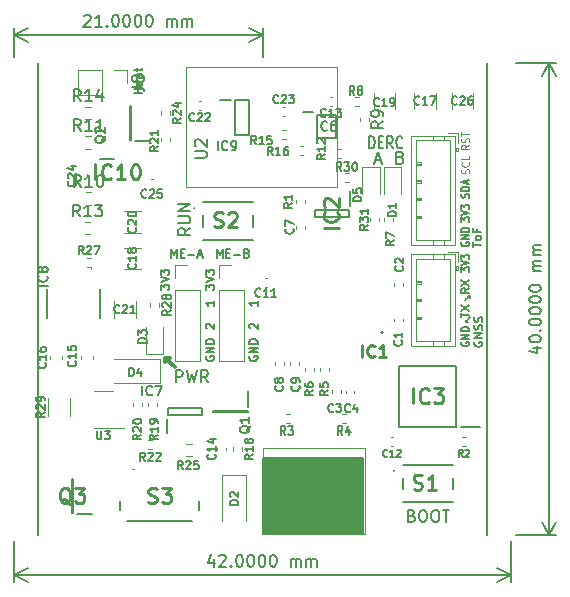
<source format=gto>
%TF.GenerationSoftware,KiCad,Pcbnew,(6.0.4)*%
%TF.CreationDate,2022-12-28T21:19:57+09:00*%
%TF.ProjectId,prometheus-em,70726f6d-6574-4686-9575-732d656d2e6b,rev?*%
%TF.SameCoordinates,Original*%
%TF.FileFunction,Legend,Top*%
%TF.FilePolarity,Positive*%
%FSLAX46Y46*%
G04 Gerber Fmt 4.6, Leading zero omitted, Abs format (unit mm)*
G04 Created by KiCad (PCBNEW (6.0.4)) date 2022-12-28 21:19:57*
%MOMM*%
%LPD*%
G01*
G04 APERTURE LIST*
%ADD10C,0.150000*%
%ADD11C,0.125000*%
%ADD12C,0.200000*%
%ADD13C,0.300000*%
%ADD14C,0.250000*%
%ADD15C,0.254000*%
%ADD16C,0.120000*%
%ADD17C,0.063060*%
G04 APERTURE END LIST*
D10*
X38000000Y-72000000D02*
X38000000Y-36000000D01*
X76000000Y-36000000D02*
X76000000Y-76000000D01*
X57023000Y-69469000D02*
X65532000Y-69469000D01*
X65532000Y-69469000D02*
X65532000Y-75949000D01*
X65532000Y-75949000D02*
X57023000Y-75949000D01*
X57023000Y-75949000D02*
X57023000Y-69469000D01*
G36*
X57023000Y-69469000D02*
G01*
X65532000Y-69469000D01*
X65532000Y-75949000D01*
X57023000Y-75949000D01*
X57023000Y-69469000D01*
G37*
X38000000Y-76000000D02*
X38000000Y-72000000D01*
X74607206Y-57570082D02*
X74230082Y-57947206D01*
X74230082Y-57758644D02*
X74230082Y-57947206D01*
X74418644Y-57947206D01*
X73816666Y-53710857D02*
X73816666Y-53339428D01*
X74083333Y-53539428D01*
X74083333Y-53453714D01*
X74116666Y-53396571D01*
X74150000Y-53368000D01*
X74216666Y-53339428D01*
X74383333Y-53339428D01*
X74450000Y-53368000D01*
X74483333Y-53396571D01*
X74516666Y-53453714D01*
X74516666Y-53625142D01*
X74483333Y-53682285D01*
X74450000Y-53710857D01*
X73816666Y-53168000D02*
X74516666Y-52968000D01*
X73816666Y-52768000D01*
X73816666Y-52625142D02*
X73816666Y-52253714D01*
X74083333Y-52453714D01*
X74083333Y-52368000D01*
X74116666Y-52310857D01*
X74150000Y-52282285D01*
X74216666Y-52253714D01*
X74383333Y-52253714D01*
X74450000Y-52282285D01*
X74483333Y-52310857D01*
X74516666Y-52368000D01*
X74516666Y-52539428D01*
X74483333Y-52596571D01*
X74450000Y-52625142D01*
X52894666Y-56188000D02*
X52894666Y-56588000D01*
X52894666Y-56388000D02*
X52194666Y-56388000D01*
X52294666Y-56454666D01*
X52361333Y-56521333D01*
X52394666Y-56588000D01*
X53149666Y-52513666D02*
X53149666Y-51813666D01*
X53383000Y-52313666D01*
X53616333Y-51813666D01*
X53616333Y-52513666D01*
X53949666Y-52147000D02*
X54183000Y-52147000D01*
X54283000Y-52513666D02*
X53949666Y-52513666D01*
X53949666Y-51813666D01*
X54283000Y-51813666D01*
X54583000Y-52247000D02*
X55116333Y-52247000D01*
X55683000Y-52147000D02*
X55783000Y-52180333D01*
X55816333Y-52213666D01*
X55849666Y-52280333D01*
X55849666Y-52380333D01*
X55816333Y-52447000D01*
X55783000Y-52480333D01*
X55716333Y-52513666D01*
X55449666Y-52513666D01*
X55449666Y-51813666D01*
X55683000Y-51813666D01*
X55749666Y-51847000D01*
X55783000Y-51880333D01*
X55816333Y-51947000D01*
X55816333Y-52013666D01*
X55783000Y-52080333D01*
X55749666Y-52113666D01*
X55683000Y-52147000D01*
X55449666Y-52147000D01*
D11*
X74516666Y-42964571D02*
X74183333Y-43164571D01*
X74516666Y-43307428D02*
X73816666Y-43307428D01*
X73816666Y-43078857D01*
X73850000Y-43021714D01*
X73883333Y-42993142D01*
X73950000Y-42964571D01*
X74050000Y-42964571D01*
X74116666Y-42993142D01*
X74150000Y-43021714D01*
X74183333Y-43078857D01*
X74183333Y-43307428D01*
X74483333Y-42736000D02*
X74516666Y-42650285D01*
X74516666Y-42507428D01*
X74483333Y-42450285D01*
X74450000Y-42421714D01*
X74383333Y-42393142D01*
X74316666Y-42393142D01*
X74250000Y-42421714D01*
X74216666Y-42450285D01*
X74183333Y-42507428D01*
X74150000Y-42621714D01*
X74116666Y-42678857D01*
X74083333Y-42707428D01*
X74016666Y-42736000D01*
X73950000Y-42736000D01*
X73883333Y-42707428D01*
X73850000Y-42678857D01*
X73816666Y-42621714D01*
X73816666Y-42478857D01*
X73850000Y-42393142D01*
X73816666Y-42221714D02*
X73816666Y-41878857D01*
X74516666Y-42050285D02*
X73816666Y-42050285D01*
D10*
X74173793Y-56112917D02*
X74550917Y-55735793D01*
X74550917Y-55924355D02*
X74550917Y-55735793D01*
X74362355Y-55735793D01*
D11*
X74483333Y-45382285D02*
X74516666Y-45296571D01*
X74516666Y-45153714D01*
X74483333Y-45096571D01*
X74450000Y-45068000D01*
X74383333Y-45039428D01*
X74316666Y-45039428D01*
X74250000Y-45068000D01*
X74216666Y-45096571D01*
X74183333Y-45153714D01*
X74150000Y-45268000D01*
X74116666Y-45325142D01*
X74083333Y-45353714D01*
X74016666Y-45382285D01*
X73950000Y-45382285D01*
X73883333Y-45353714D01*
X73850000Y-45325142D01*
X73816666Y-45268000D01*
X73816666Y-45125142D01*
X73850000Y-45039428D01*
X74450000Y-44439428D02*
X74483333Y-44468000D01*
X74516666Y-44553714D01*
X74516666Y-44610857D01*
X74483333Y-44696571D01*
X74416666Y-44753714D01*
X74350000Y-44782285D01*
X74216666Y-44810857D01*
X74116666Y-44810857D01*
X73983333Y-44782285D01*
X73916666Y-44753714D01*
X73850000Y-44696571D01*
X73816666Y-44610857D01*
X73816666Y-44553714D01*
X73850000Y-44468000D01*
X73883333Y-44439428D01*
X74516666Y-43896571D02*
X74516666Y-44182285D01*
X73816666Y-44182285D01*
D12*
X66028571Y-43251380D02*
X66028571Y-42251380D01*
X66219047Y-42251380D01*
X66333333Y-42299000D01*
X66409523Y-42394238D01*
X66447619Y-42489476D01*
X66485714Y-42679952D01*
X66485714Y-42822809D01*
X66447619Y-43013285D01*
X66409523Y-43108523D01*
X66333333Y-43203761D01*
X66219047Y-43251380D01*
X66028571Y-43251380D01*
X66828571Y-42727571D02*
X67095238Y-42727571D01*
X67209523Y-43251380D02*
X66828571Y-43251380D01*
X66828571Y-42251380D01*
X67209523Y-42251380D01*
X68009523Y-43251380D02*
X67742857Y-42775190D01*
X67552380Y-43251380D02*
X67552380Y-42251380D01*
X67857142Y-42251380D01*
X67933333Y-42299000D01*
X67971428Y-42346619D01*
X68009523Y-42441857D01*
X68009523Y-42584714D01*
X67971428Y-42679952D01*
X67933333Y-42727571D01*
X67857142Y-42775190D01*
X67552380Y-42775190D01*
X68809523Y-43156142D02*
X68771428Y-43203761D01*
X68657142Y-43251380D01*
X68580952Y-43251380D01*
X68466666Y-43203761D01*
X68390476Y-43108523D01*
X68352380Y-43013285D01*
X68314285Y-42822809D01*
X68314285Y-42679952D01*
X68352380Y-42489476D01*
X68390476Y-42394238D01*
X68466666Y-42299000D01*
X68580952Y-42251380D01*
X68657142Y-42251380D01*
X68771428Y-42299000D01*
X68809523Y-42346619D01*
D10*
X73816666Y-57565333D02*
X73816666Y-57165333D01*
X74516666Y-57365333D02*
X73816666Y-57365333D01*
X73816666Y-56998666D02*
X74516666Y-56532000D01*
X73816666Y-56532000D02*
X74516666Y-56998666D01*
X68671428Y-44028571D02*
X68814285Y-44076190D01*
X68861904Y-44123809D01*
X68909523Y-44219047D01*
X68909523Y-44361904D01*
X68861904Y-44457142D01*
X68814285Y-44504761D01*
X68719047Y-44552380D01*
X68338095Y-44552380D01*
X68338095Y-43552380D01*
X68671428Y-43552380D01*
X68766666Y-43600000D01*
X68814285Y-43647619D01*
X68861904Y-43742857D01*
X68861904Y-43838095D01*
X68814285Y-43933333D01*
X68766666Y-43980952D01*
X68671428Y-44028571D01*
X68338095Y-44028571D01*
X46798666Y-38597833D02*
X46098666Y-38597833D01*
X46432000Y-38597833D02*
X46432000Y-38197833D01*
X46798666Y-38197833D02*
X46098666Y-38197833D01*
X46765333Y-37597833D02*
X46798666Y-37664500D01*
X46798666Y-37797833D01*
X46765333Y-37864500D01*
X46698666Y-37897833D01*
X46432000Y-37897833D01*
X46365333Y-37864500D01*
X46332000Y-37797833D01*
X46332000Y-37664500D01*
X46365333Y-37597833D01*
X46432000Y-37564500D01*
X46498666Y-37564500D01*
X46565333Y-37897833D01*
X46798666Y-36964500D02*
X46432000Y-36964500D01*
X46365333Y-36997833D01*
X46332000Y-37064500D01*
X46332000Y-37197833D01*
X46365333Y-37264500D01*
X46765333Y-36964500D02*
X46798666Y-37031166D01*
X46798666Y-37197833D01*
X46765333Y-37264500D01*
X46698666Y-37297833D01*
X46632000Y-37297833D01*
X46565333Y-37264500D01*
X46532000Y-37197833D01*
X46532000Y-37031166D01*
X46498666Y-36964500D01*
X46332000Y-36731166D02*
X46332000Y-36464500D01*
X46098666Y-36631166D02*
X46698666Y-36631166D01*
X46765333Y-36597833D01*
X46798666Y-36531166D01*
X46798666Y-36464500D01*
X74483333Y-47428571D02*
X74516666Y-47342857D01*
X74516666Y-47200000D01*
X74483333Y-47142857D01*
X74450000Y-47114285D01*
X74383333Y-47085714D01*
X74316666Y-47085714D01*
X74250000Y-47114285D01*
X74216666Y-47142857D01*
X74183333Y-47200000D01*
X74150000Y-47314285D01*
X74116666Y-47371428D01*
X74083333Y-47400000D01*
X74016666Y-47428571D01*
X73950000Y-47428571D01*
X73883333Y-47400000D01*
X73850000Y-47371428D01*
X73816666Y-47314285D01*
X73816666Y-47171428D01*
X73850000Y-47085714D01*
X74516666Y-46828571D02*
X73816666Y-46828571D01*
X73816666Y-46685714D01*
X73850000Y-46600000D01*
X73916666Y-46542857D01*
X73983333Y-46514285D01*
X74116666Y-46485714D01*
X74216666Y-46485714D01*
X74350000Y-46514285D01*
X74416666Y-46542857D01*
X74483333Y-46600000D01*
X74516666Y-46685714D01*
X74516666Y-46828571D01*
X74316666Y-46257142D02*
X74316666Y-45971428D01*
X74516666Y-46314285D02*
X73816666Y-46114285D01*
X74516666Y-45914285D01*
X52261333Y-58493000D02*
X52228000Y-58459666D01*
X52194666Y-58393000D01*
X52194666Y-58226333D01*
X52228000Y-58159666D01*
X52261333Y-58126333D01*
X52328000Y-58093000D01*
X52394666Y-58093000D01*
X52494666Y-58126333D01*
X52894666Y-58526333D01*
X52894666Y-58093000D01*
X73850000Y-59648142D02*
X73816666Y-59705285D01*
X73816666Y-59791000D01*
X73850000Y-59876714D01*
X73916666Y-59933857D01*
X73983333Y-59962428D01*
X74116666Y-59991000D01*
X74216666Y-59991000D01*
X74350000Y-59962428D01*
X74416666Y-59933857D01*
X74483333Y-59876714D01*
X74516666Y-59791000D01*
X74516666Y-59733857D01*
X74483333Y-59648142D01*
X74450000Y-59619571D01*
X74216666Y-59619571D01*
X74216666Y-59733857D01*
X74516666Y-59362428D02*
X73816666Y-59362428D01*
X74516666Y-59019571D01*
X73816666Y-59019571D01*
X74516666Y-58733857D02*
X73816666Y-58733857D01*
X73816666Y-58591000D01*
X73850000Y-58505285D01*
X73916666Y-58448142D01*
X73983333Y-58419571D01*
X74116666Y-58391000D01*
X74216666Y-58391000D01*
X74350000Y-58419571D01*
X74416666Y-58448142D01*
X74483333Y-58505285D01*
X74516666Y-58591000D01*
X74516666Y-58733857D01*
X74950000Y-59650000D02*
X74916666Y-59716666D01*
X74916666Y-59816666D01*
X74950000Y-59916666D01*
X75016666Y-59983333D01*
X75083333Y-60016666D01*
X75216666Y-60050000D01*
X75316666Y-60050000D01*
X75450000Y-60016666D01*
X75516666Y-59983333D01*
X75583333Y-59916666D01*
X75616666Y-59816666D01*
X75616666Y-59750000D01*
X75583333Y-59650000D01*
X75550000Y-59616666D01*
X75316666Y-59616666D01*
X75316666Y-59750000D01*
X75616666Y-59316666D02*
X74916666Y-59316666D01*
X75616666Y-58916666D01*
X74916666Y-58916666D01*
X75583333Y-58616666D02*
X75616666Y-58516666D01*
X75616666Y-58350000D01*
X75583333Y-58283333D01*
X75550000Y-58250000D01*
X75483333Y-58216666D01*
X75416666Y-58216666D01*
X75350000Y-58250000D01*
X75316666Y-58283333D01*
X75283333Y-58350000D01*
X75250000Y-58483333D01*
X75216666Y-58550000D01*
X75183333Y-58583333D01*
X75116666Y-58616666D01*
X75050000Y-58616666D01*
X74983333Y-58583333D01*
X74950000Y-58550000D01*
X74916666Y-58483333D01*
X74916666Y-58316666D01*
X74950000Y-58216666D01*
X75583333Y-57950000D02*
X75616666Y-57850000D01*
X75616666Y-57683333D01*
X75583333Y-57616666D01*
X75550000Y-57583333D01*
X75483333Y-57550000D01*
X75416666Y-57550000D01*
X75350000Y-57583333D01*
X75316666Y-57616666D01*
X75283333Y-57683333D01*
X75250000Y-57816666D01*
X75216666Y-57883333D01*
X75183333Y-57916666D01*
X75116666Y-57950000D01*
X75050000Y-57950000D01*
X74983333Y-57916666D01*
X74950000Y-57883333D01*
X74916666Y-57816666D01*
X74916666Y-57650000D01*
X74950000Y-57550000D01*
X48384666Y-55222666D02*
X48384666Y-54789333D01*
X48651333Y-55022666D01*
X48651333Y-54922666D01*
X48684666Y-54856000D01*
X48718000Y-54822666D01*
X48784666Y-54789333D01*
X48951333Y-54789333D01*
X49018000Y-54822666D01*
X49051333Y-54856000D01*
X49084666Y-54922666D01*
X49084666Y-55122666D01*
X49051333Y-55189333D01*
X49018000Y-55222666D01*
X48384666Y-54589333D02*
X49084666Y-54356000D01*
X48384666Y-54122666D01*
X48384666Y-53956000D02*
X48384666Y-53522666D01*
X48651333Y-53756000D01*
X48651333Y-53656000D01*
X48684666Y-53589333D01*
X48718000Y-53556000D01*
X48784666Y-53522666D01*
X48951333Y-53522666D01*
X49018000Y-53556000D01*
X49051333Y-53589333D01*
X49084666Y-53656000D01*
X49084666Y-53856000D01*
X49051333Y-53922666D01*
X49018000Y-53956000D01*
D12*
X69635857Y-74350571D02*
X69778714Y-74398190D01*
X69826333Y-74445809D01*
X69873952Y-74541047D01*
X69873952Y-74683904D01*
X69826333Y-74779142D01*
X69778714Y-74826761D01*
X69683476Y-74874380D01*
X69302523Y-74874380D01*
X69302523Y-73874380D01*
X69635857Y-73874380D01*
X69731095Y-73922000D01*
X69778714Y-73969619D01*
X69826333Y-74064857D01*
X69826333Y-74160095D01*
X69778714Y-74255333D01*
X69731095Y-74302952D01*
X69635857Y-74350571D01*
X69302523Y-74350571D01*
X70493000Y-73874380D02*
X70683476Y-73874380D01*
X70778714Y-73922000D01*
X70873952Y-74017238D01*
X70921571Y-74207714D01*
X70921571Y-74541047D01*
X70873952Y-74731523D01*
X70778714Y-74826761D01*
X70683476Y-74874380D01*
X70493000Y-74874380D01*
X70397761Y-74826761D01*
X70302523Y-74731523D01*
X70254904Y-74541047D01*
X70254904Y-74207714D01*
X70302523Y-74017238D01*
X70397761Y-73922000D01*
X70493000Y-73874380D01*
X71540619Y-73874380D02*
X71731095Y-73874380D01*
X71826333Y-73922000D01*
X71921571Y-74017238D01*
X71969190Y-74207714D01*
X71969190Y-74541047D01*
X71921571Y-74731523D01*
X71826333Y-74826761D01*
X71731095Y-74874380D01*
X71540619Y-74874380D01*
X71445380Y-74826761D01*
X71350142Y-74731523D01*
X71302523Y-74541047D01*
X71302523Y-74207714D01*
X71350142Y-74017238D01*
X71445380Y-73922000D01*
X71540619Y-73874380D01*
X72254904Y-73874380D02*
X72826333Y-73874380D01*
X72540619Y-74874380D02*
X72540619Y-73874380D01*
D10*
X73816666Y-49474857D02*
X73816666Y-49103428D01*
X74083333Y-49303428D01*
X74083333Y-49217714D01*
X74116666Y-49160571D01*
X74150000Y-49132000D01*
X74216666Y-49103428D01*
X74383333Y-49103428D01*
X74450000Y-49132000D01*
X74483333Y-49160571D01*
X74516666Y-49217714D01*
X74516666Y-49389142D01*
X74483333Y-49446285D01*
X74450000Y-49474857D01*
X73816666Y-48932000D02*
X74516666Y-48732000D01*
X73816666Y-48532000D01*
X73816666Y-48389142D02*
X73816666Y-48017714D01*
X74083333Y-48217714D01*
X74083333Y-48132000D01*
X74116666Y-48074857D01*
X74150000Y-48046285D01*
X74216666Y-48017714D01*
X74383333Y-48017714D01*
X74450000Y-48046285D01*
X74483333Y-48074857D01*
X74516666Y-48132000D01*
X74516666Y-48303428D01*
X74483333Y-48360571D01*
X74450000Y-48389142D01*
X56577666Y-56188000D02*
X56577666Y-56588000D01*
X56577666Y-56388000D02*
X55877666Y-56388000D01*
X55977666Y-56454666D01*
X56044333Y-56521333D01*
X56077666Y-56588000D01*
X66561904Y-44266666D02*
X67038095Y-44266666D01*
X66466666Y-44552380D02*
X66800000Y-43552380D01*
X67133333Y-44552380D01*
X52194666Y-55222666D02*
X52194666Y-54789333D01*
X52461333Y-55022666D01*
X52461333Y-54922666D01*
X52494666Y-54856000D01*
X52528000Y-54822666D01*
X52594666Y-54789333D01*
X52761333Y-54789333D01*
X52828000Y-54822666D01*
X52861333Y-54856000D01*
X52894666Y-54922666D01*
X52894666Y-55122666D01*
X52861333Y-55189333D01*
X52828000Y-55222666D01*
X52194666Y-54589333D02*
X52894666Y-54356000D01*
X52194666Y-54122666D01*
X52194666Y-53956000D02*
X52194666Y-53522666D01*
X52461333Y-53756000D01*
X52461333Y-53656000D01*
X52494666Y-53589333D01*
X52528000Y-53556000D01*
X52594666Y-53522666D01*
X52761333Y-53522666D01*
X52828000Y-53556000D01*
X52861333Y-53589333D01*
X52894666Y-53656000D01*
X52894666Y-53856000D01*
X52861333Y-53922666D01*
X52828000Y-53956000D01*
D12*
X50871380Y-50014095D02*
X50395190Y-50347428D01*
X50871380Y-50585523D02*
X49871380Y-50585523D01*
X49871380Y-50204571D01*
X49919000Y-50109333D01*
X49966619Y-50061714D01*
X50061857Y-50014095D01*
X50204714Y-50014095D01*
X50299952Y-50061714D01*
X50347571Y-50109333D01*
X50395190Y-50204571D01*
X50395190Y-50585523D01*
X49871380Y-49585523D02*
X50680904Y-49585523D01*
X50776142Y-49537904D01*
X50823761Y-49490285D01*
X50871380Y-49395047D01*
X50871380Y-49204571D01*
X50823761Y-49109333D01*
X50776142Y-49061714D01*
X50680904Y-49014095D01*
X49871380Y-49014095D01*
X50871380Y-48537904D02*
X49871380Y-48537904D01*
X50871380Y-47966476D01*
X49871380Y-47966476D01*
D10*
X73850000Y-51221142D02*
X73816666Y-51278285D01*
X73816666Y-51364000D01*
X73850000Y-51449714D01*
X73916666Y-51506857D01*
X73983333Y-51535428D01*
X74116666Y-51564000D01*
X74216666Y-51564000D01*
X74350000Y-51535428D01*
X74416666Y-51506857D01*
X74483333Y-51449714D01*
X74516666Y-51364000D01*
X74516666Y-51306857D01*
X74483333Y-51221142D01*
X74450000Y-51192571D01*
X74216666Y-51192571D01*
X74216666Y-51306857D01*
X74516666Y-50935428D02*
X73816666Y-50935428D01*
X74516666Y-50592571D01*
X73816666Y-50592571D01*
X74516666Y-50306857D02*
X73816666Y-50306857D01*
X73816666Y-50164000D01*
X73850000Y-50078285D01*
X73916666Y-50021142D01*
X73983333Y-49992571D01*
X74116666Y-49964000D01*
X74216666Y-49964000D01*
X74350000Y-49992571D01*
X74416666Y-50021142D01*
X74483333Y-50078285D01*
X74516666Y-50164000D01*
X74516666Y-50306857D01*
D13*
X49578299Y-61779822D02*
X48770177Y-60971700D01*
X48770177Y-61375761D02*
X48770177Y-60971700D01*
X49174238Y-60971700D01*
D10*
X49262666Y-52513666D02*
X49262666Y-51813666D01*
X49496000Y-52313666D01*
X49729333Y-51813666D01*
X49729333Y-52513666D01*
X50062666Y-52147000D02*
X50296000Y-52147000D01*
X50396000Y-52513666D02*
X50062666Y-52513666D01*
X50062666Y-51813666D01*
X50396000Y-51813666D01*
X50696000Y-52247000D02*
X51229333Y-52247000D01*
X51529333Y-52313666D02*
X51862666Y-52313666D01*
X51462666Y-52513666D02*
X51696000Y-51813666D01*
X51929333Y-52513666D01*
X55911000Y-60858333D02*
X55877666Y-60925000D01*
X55877666Y-61025000D01*
X55911000Y-61125000D01*
X55977666Y-61191666D01*
X56044333Y-61225000D01*
X56177666Y-61258333D01*
X56277666Y-61258333D01*
X56411000Y-61225000D01*
X56477666Y-61191666D01*
X56544333Y-61125000D01*
X56577666Y-61025000D01*
X56577666Y-60958333D01*
X56544333Y-60858333D01*
X56511000Y-60825000D01*
X56277666Y-60825000D01*
X56277666Y-60958333D01*
X56577666Y-60525000D02*
X55877666Y-60525000D01*
X56577666Y-60125000D01*
X55877666Y-60125000D01*
X56577666Y-59791666D02*
X55877666Y-59791666D01*
X55877666Y-59625000D01*
X55911000Y-59525000D01*
X55977666Y-59458333D01*
X56044333Y-59425000D01*
X56177666Y-59391666D01*
X56277666Y-59391666D01*
X56411000Y-59425000D01*
X56477666Y-59458333D01*
X56544333Y-59525000D01*
X56577666Y-59625000D01*
X56577666Y-59791666D01*
X74516666Y-55116666D02*
X74183333Y-55350000D01*
X74516666Y-55516666D02*
X73816666Y-55516666D01*
X73816666Y-55250000D01*
X73850000Y-55183333D01*
X73883333Y-55150000D01*
X73950000Y-55116666D01*
X74050000Y-55116666D01*
X74116666Y-55150000D01*
X74150000Y-55183333D01*
X74183333Y-55250000D01*
X74183333Y-55516666D01*
X73816666Y-54883333D02*
X74516666Y-54416666D01*
X73816666Y-54416666D02*
X74516666Y-54883333D01*
X55944333Y-58493000D02*
X55911000Y-58459666D01*
X55877666Y-58393000D01*
X55877666Y-58226333D01*
X55911000Y-58159666D01*
X55944333Y-58126333D01*
X56011000Y-58093000D01*
X56077666Y-58093000D01*
X56177666Y-58126333D01*
X56577666Y-58526333D01*
X56577666Y-58093000D01*
X52228000Y-60858333D02*
X52194666Y-60925000D01*
X52194666Y-61025000D01*
X52228000Y-61125000D01*
X52294666Y-61191666D01*
X52361333Y-61225000D01*
X52494666Y-61258333D01*
X52594666Y-61258333D01*
X52728000Y-61225000D01*
X52794666Y-61191666D01*
X52861333Y-61125000D01*
X52894666Y-61025000D01*
X52894666Y-60958333D01*
X52861333Y-60858333D01*
X52828000Y-60825000D01*
X52594666Y-60825000D01*
X52594666Y-60958333D01*
X52894666Y-60525000D02*
X52194666Y-60525000D01*
X52894666Y-60125000D01*
X52194666Y-60125000D01*
X52894666Y-59791666D02*
X52194666Y-59791666D01*
X52194666Y-59625000D01*
X52228000Y-59525000D01*
X52294666Y-59458333D01*
X52361333Y-59425000D01*
X52494666Y-59391666D01*
X52594666Y-59391666D01*
X52728000Y-59425000D01*
X52794666Y-59458333D01*
X52861333Y-59525000D01*
X52894666Y-59625000D01*
X52894666Y-59791666D01*
X74816666Y-51616666D02*
X74816666Y-51216666D01*
X75516666Y-51416666D02*
X74816666Y-51416666D01*
X75516666Y-50883333D02*
X75483333Y-50950000D01*
X75450000Y-50983333D01*
X75383333Y-51016666D01*
X75183333Y-51016666D01*
X75116666Y-50983333D01*
X75083333Y-50950000D01*
X75050000Y-50883333D01*
X75050000Y-50783333D01*
X75083333Y-50716666D01*
X75116666Y-50683333D01*
X75183333Y-50650000D01*
X75383333Y-50650000D01*
X75450000Y-50683333D01*
X75483333Y-50716666D01*
X75516666Y-50783333D01*
X75516666Y-50883333D01*
X75150000Y-50116666D02*
X75150000Y-50350000D01*
X75516666Y-50350000D02*
X74816666Y-50350000D01*
X74816666Y-50016666D01*
D12*
X49666666Y-63052380D02*
X49666666Y-62052380D01*
X50047619Y-62052380D01*
X50142857Y-62100000D01*
X50190476Y-62147619D01*
X50238095Y-62242857D01*
X50238095Y-62385714D01*
X50190476Y-62480952D01*
X50142857Y-62528571D01*
X50047619Y-62576190D01*
X49666666Y-62576190D01*
X50571428Y-62052380D02*
X50809523Y-63052380D01*
X51000000Y-62338095D01*
X51190476Y-63052380D01*
X51428571Y-62052380D01*
X52380952Y-63052380D02*
X52047619Y-62576190D01*
X51809523Y-63052380D02*
X51809523Y-62052380D01*
X52190476Y-62052380D01*
X52285714Y-62100000D01*
X52333333Y-62147619D01*
X52380952Y-62242857D01*
X52380952Y-62385714D01*
X52333333Y-62480952D01*
X52285714Y-62528571D01*
X52190476Y-62576190D01*
X51809523Y-62576190D01*
D10*
X79915714Y-60142857D02*
X80582380Y-60142857D01*
X79534761Y-60380952D02*
X80249047Y-60619047D01*
X80249047Y-60000000D01*
X79582380Y-59428571D02*
X79582380Y-59333333D01*
X79630000Y-59238095D01*
X79677619Y-59190476D01*
X79772857Y-59142857D01*
X79963333Y-59095238D01*
X80201428Y-59095238D01*
X80391904Y-59142857D01*
X80487142Y-59190476D01*
X80534761Y-59238095D01*
X80582380Y-59333333D01*
X80582380Y-59428571D01*
X80534761Y-59523809D01*
X80487142Y-59571428D01*
X80391904Y-59619047D01*
X80201428Y-59666666D01*
X79963333Y-59666666D01*
X79772857Y-59619047D01*
X79677619Y-59571428D01*
X79630000Y-59523809D01*
X79582380Y-59428571D01*
X80487142Y-58666666D02*
X80534761Y-58619047D01*
X80582380Y-58666666D01*
X80534761Y-58714285D01*
X80487142Y-58666666D01*
X80582380Y-58666666D01*
X79582380Y-58000000D02*
X79582380Y-57904761D01*
X79630000Y-57809523D01*
X79677619Y-57761904D01*
X79772857Y-57714285D01*
X79963333Y-57666666D01*
X80201428Y-57666666D01*
X80391904Y-57714285D01*
X80487142Y-57761904D01*
X80534761Y-57809523D01*
X80582380Y-57904761D01*
X80582380Y-58000000D01*
X80534761Y-58095238D01*
X80487142Y-58142857D01*
X80391904Y-58190476D01*
X80201428Y-58238095D01*
X79963333Y-58238095D01*
X79772857Y-58190476D01*
X79677619Y-58142857D01*
X79630000Y-58095238D01*
X79582380Y-58000000D01*
X79582380Y-57047619D02*
X79582380Y-56952380D01*
X79630000Y-56857142D01*
X79677619Y-56809523D01*
X79772857Y-56761904D01*
X79963333Y-56714285D01*
X80201428Y-56714285D01*
X80391904Y-56761904D01*
X80487142Y-56809523D01*
X80534761Y-56857142D01*
X80582380Y-56952380D01*
X80582380Y-57047619D01*
X80534761Y-57142857D01*
X80487142Y-57190476D01*
X80391904Y-57238095D01*
X80201428Y-57285714D01*
X79963333Y-57285714D01*
X79772857Y-57238095D01*
X79677619Y-57190476D01*
X79630000Y-57142857D01*
X79582380Y-57047619D01*
X79582380Y-56095238D02*
X79582380Y-56000000D01*
X79630000Y-55904761D01*
X79677619Y-55857142D01*
X79772857Y-55809523D01*
X79963333Y-55761904D01*
X80201428Y-55761904D01*
X80391904Y-55809523D01*
X80487142Y-55857142D01*
X80534761Y-55904761D01*
X80582380Y-56000000D01*
X80582380Y-56095238D01*
X80534761Y-56190476D01*
X80487142Y-56238095D01*
X80391904Y-56285714D01*
X80201428Y-56333333D01*
X79963333Y-56333333D01*
X79772857Y-56285714D01*
X79677619Y-56238095D01*
X79630000Y-56190476D01*
X79582380Y-56095238D01*
X79582380Y-55142857D02*
X79582380Y-55047619D01*
X79630000Y-54952380D01*
X79677619Y-54904761D01*
X79772857Y-54857142D01*
X79963333Y-54809523D01*
X80201428Y-54809523D01*
X80391904Y-54857142D01*
X80487142Y-54904761D01*
X80534761Y-54952380D01*
X80582380Y-55047619D01*
X80582380Y-55142857D01*
X80534761Y-55238095D01*
X80487142Y-55285714D01*
X80391904Y-55333333D01*
X80201428Y-55380952D01*
X79963333Y-55380952D01*
X79772857Y-55333333D01*
X79677619Y-55285714D01*
X79630000Y-55238095D01*
X79582380Y-55142857D01*
X80582380Y-53619047D02*
X79915714Y-53619047D01*
X80010952Y-53619047D02*
X79963333Y-53571428D01*
X79915714Y-53476190D01*
X79915714Y-53333333D01*
X79963333Y-53238095D01*
X80058571Y-53190476D01*
X80582380Y-53190476D01*
X80058571Y-53190476D02*
X79963333Y-53142857D01*
X79915714Y-53047619D01*
X79915714Y-52904761D01*
X79963333Y-52809523D01*
X80058571Y-52761904D01*
X80582380Y-52761904D01*
X80582380Y-52285714D02*
X79915714Y-52285714D01*
X80010952Y-52285714D02*
X79963333Y-52238095D01*
X79915714Y-52142857D01*
X79915714Y-52000000D01*
X79963333Y-51904761D01*
X80058571Y-51857142D01*
X80582380Y-51857142D01*
X80058571Y-51857142D02*
X79963333Y-51809523D01*
X79915714Y-51714285D01*
X79915714Y-51571428D01*
X79963333Y-51476190D01*
X80058571Y-51428571D01*
X80582380Y-51428571D01*
X78500000Y-36000000D02*
X81866420Y-36000000D01*
X78500000Y-76000000D02*
X81866420Y-76000000D01*
X81280000Y-36000000D02*
X81280000Y-76000000D01*
X81280000Y-36000000D02*
X81280000Y-76000000D01*
X81280000Y-36000000D02*
X80693579Y-37126504D01*
X81280000Y-36000000D02*
X81866421Y-37126504D01*
X81280000Y-76000000D02*
X81866421Y-74873496D01*
X81280000Y-76000000D02*
X80693579Y-74873496D01*
X41880952Y-32052619D02*
X41928571Y-32005000D01*
X42023809Y-31957380D01*
X42261904Y-31957380D01*
X42357142Y-32005000D01*
X42404761Y-32052619D01*
X42452380Y-32147857D01*
X42452380Y-32243095D01*
X42404761Y-32385952D01*
X41833333Y-32957380D01*
X42452380Y-32957380D01*
X43404761Y-32957380D02*
X42833333Y-32957380D01*
X43119047Y-32957380D02*
X43119047Y-31957380D01*
X43023809Y-32100238D01*
X42928571Y-32195476D01*
X42833333Y-32243095D01*
X43833333Y-32862142D02*
X43880952Y-32909761D01*
X43833333Y-32957380D01*
X43785714Y-32909761D01*
X43833333Y-32862142D01*
X43833333Y-32957380D01*
X44499999Y-31957380D02*
X44595238Y-31957380D01*
X44690476Y-32005000D01*
X44738095Y-32052619D01*
X44785714Y-32147857D01*
X44833333Y-32338333D01*
X44833333Y-32576428D01*
X44785714Y-32766904D01*
X44738095Y-32862142D01*
X44690476Y-32909761D01*
X44595238Y-32957380D01*
X44499999Y-32957380D01*
X44404761Y-32909761D01*
X44357142Y-32862142D01*
X44309523Y-32766904D01*
X44261904Y-32576428D01*
X44261904Y-32338333D01*
X44309523Y-32147857D01*
X44357142Y-32052619D01*
X44404761Y-32005000D01*
X44499999Y-31957380D01*
X45452380Y-31957380D02*
X45547619Y-31957380D01*
X45642857Y-32005000D01*
X45690476Y-32052619D01*
X45738095Y-32147857D01*
X45785714Y-32338333D01*
X45785714Y-32576428D01*
X45738095Y-32766904D01*
X45690476Y-32862142D01*
X45642857Y-32909761D01*
X45547619Y-32957380D01*
X45452380Y-32957380D01*
X45357142Y-32909761D01*
X45309523Y-32862142D01*
X45261904Y-32766904D01*
X45214285Y-32576428D01*
X45214285Y-32338333D01*
X45261904Y-32147857D01*
X45309523Y-32052619D01*
X45357142Y-32005000D01*
X45452380Y-31957380D01*
X46404761Y-31957380D02*
X46499999Y-31957380D01*
X46595238Y-32005000D01*
X46642857Y-32052619D01*
X46690476Y-32147857D01*
X46738095Y-32338333D01*
X46738095Y-32576428D01*
X46690476Y-32766904D01*
X46642857Y-32862142D01*
X46595238Y-32909761D01*
X46499999Y-32957380D01*
X46404761Y-32957380D01*
X46309523Y-32909761D01*
X46261904Y-32862142D01*
X46214285Y-32766904D01*
X46166666Y-32576428D01*
X46166666Y-32338333D01*
X46214285Y-32147857D01*
X46261904Y-32052619D01*
X46309523Y-32005000D01*
X46404761Y-31957380D01*
X47357142Y-31957380D02*
X47452380Y-31957380D01*
X47547619Y-32005000D01*
X47595238Y-32052619D01*
X47642857Y-32147857D01*
X47690476Y-32338333D01*
X47690476Y-32576428D01*
X47642857Y-32766904D01*
X47595238Y-32862142D01*
X47547619Y-32909761D01*
X47452380Y-32957380D01*
X47357142Y-32957380D01*
X47261904Y-32909761D01*
X47214285Y-32862142D01*
X47166666Y-32766904D01*
X47119047Y-32576428D01*
X47119047Y-32338333D01*
X47166666Y-32147857D01*
X47214285Y-32052619D01*
X47261904Y-32005000D01*
X47357142Y-31957380D01*
X48880952Y-32957380D02*
X48880952Y-32290714D01*
X48880952Y-32385952D02*
X48928571Y-32338333D01*
X49023809Y-32290714D01*
X49166666Y-32290714D01*
X49261904Y-32338333D01*
X49309523Y-32433571D01*
X49309523Y-32957380D01*
X49309523Y-32433571D02*
X49357142Y-32338333D01*
X49452380Y-32290714D01*
X49595238Y-32290714D01*
X49690476Y-32338333D01*
X49738095Y-32433571D01*
X49738095Y-32957380D01*
X50214285Y-32957380D02*
X50214285Y-32290714D01*
X50214285Y-32385952D02*
X50261904Y-32338333D01*
X50357142Y-32290714D01*
X50500000Y-32290714D01*
X50595238Y-32338333D01*
X50642857Y-32433571D01*
X50642857Y-32957380D01*
X50642857Y-32433571D02*
X50690476Y-32338333D01*
X50785714Y-32290714D01*
X50928571Y-32290714D01*
X51023809Y-32338333D01*
X51071428Y-32433571D01*
X51071428Y-32957380D01*
X36000000Y-35500000D02*
X36000000Y-33068580D01*
X57000000Y-35500000D02*
X57000000Y-33068580D01*
X36000000Y-33655000D02*
X57000000Y-33655000D01*
X36000000Y-33655000D02*
X57000000Y-33655000D01*
X36000000Y-33655000D02*
X37126504Y-34241421D01*
X36000000Y-33655000D02*
X37126504Y-33068579D01*
X57000000Y-33655000D02*
X55873496Y-33068579D01*
X57000000Y-33655000D02*
X55873496Y-34241421D01*
X52857142Y-78010714D02*
X52857142Y-78677380D01*
X52619047Y-77629761D02*
X52380952Y-78344047D01*
X52999999Y-78344047D01*
X53333333Y-77772619D02*
X53380952Y-77725000D01*
X53476190Y-77677380D01*
X53714285Y-77677380D01*
X53809523Y-77725000D01*
X53857142Y-77772619D01*
X53904761Y-77867857D01*
X53904761Y-77963095D01*
X53857142Y-78105952D01*
X53285714Y-78677380D01*
X53904761Y-78677380D01*
X54333333Y-78582142D02*
X54380952Y-78629761D01*
X54333333Y-78677380D01*
X54285714Y-78629761D01*
X54333333Y-78582142D01*
X54333333Y-78677380D01*
X54999999Y-77677380D02*
X55095238Y-77677380D01*
X55190476Y-77725000D01*
X55238095Y-77772619D01*
X55285714Y-77867857D01*
X55333333Y-78058333D01*
X55333333Y-78296428D01*
X55285714Y-78486904D01*
X55238095Y-78582142D01*
X55190476Y-78629761D01*
X55095238Y-78677380D01*
X54999999Y-78677380D01*
X54904761Y-78629761D01*
X54857142Y-78582142D01*
X54809523Y-78486904D01*
X54761904Y-78296428D01*
X54761904Y-78058333D01*
X54809523Y-77867857D01*
X54857142Y-77772619D01*
X54904761Y-77725000D01*
X54999999Y-77677380D01*
X55952380Y-77677380D02*
X56047619Y-77677380D01*
X56142857Y-77725000D01*
X56190476Y-77772619D01*
X56238095Y-77867857D01*
X56285714Y-78058333D01*
X56285714Y-78296428D01*
X56238095Y-78486904D01*
X56190476Y-78582142D01*
X56142857Y-78629761D01*
X56047619Y-78677380D01*
X55952380Y-78677380D01*
X55857142Y-78629761D01*
X55809523Y-78582142D01*
X55761904Y-78486904D01*
X55714285Y-78296428D01*
X55714285Y-78058333D01*
X55761904Y-77867857D01*
X55809523Y-77772619D01*
X55857142Y-77725000D01*
X55952380Y-77677380D01*
X56904761Y-77677380D02*
X56999999Y-77677380D01*
X57095238Y-77725000D01*
X57142857Y-77772619D01*
X57190476Y-77867857D01*
X57238095Y-78058333D01*
X57238095Y-78296428D01*
X57190476Y-78486904D01*
X57142857Y-78582142D01*
X57095238Y-78629761D01*
X56999999Y-78677380D01*
X56904761Y-78677380D01*
X56809523Y-78629761D01*
X56761904Y-78582142D01*
X56714285Y-78486904D01*
X56666666Y-78296428D01*
X56666666Y-78058333D01*
X56714285Y-77867857D01*
X56761904Y-77772619D01*
X56809523Y-77725000D01*
X56904761Y-77677380D01*
X57857142Y-77677380D02*
X57952380Y-77677380D01*
X58047619Y-77725000D01*
X58095238Y-77772619D01*
X58142857Y-77867857D01*
X58190476Y-78058333D01*
X58190476Y-78296428D01*
X58142857Y-78486904D01*
X58095238Y-78582142D01*
X58047619Y-78629761D01*
X57952380Y-78677380D01*
X57857142Y-78677380D01*
X57761904Y-78629761D01*
X57714285Y-78582142D01*
X57666666Y-78486904D01*
X57619047Y-78296428D01*
X57619047Y-78058333D01*
X57666666Y-77867857D01*
X57714285Y-77772619D01*
X57761904Y-77725000D01*
X57857142Y-77677380D01*
X59380952Y-78677380D02*
X59380952Y-78010714D01*
X59380952Y-78105952D02*
X59428571Y-78058333D01*
X59523809Y-78010714D01*
X59666666Y-78010714D01*
X59761904Y-78058333D01*
X59809523Y-78153571D01*
X59809523Y-78677380D01*
X59809523Y-78153571D02*
X59857142Y-78058333D01*
X59952380Y-78010714D01*
X60095238Y-78010714D01*
X60190476Y-78058333D01*
X60238095Y-78153571D01*
X60238095Y-78677380D01*
X60714285Y-78677380D02*
X60714285Y-78010714D01*
X60714285Y-78105952D02*
X60761904Y-78058333D01*
X60857142Y-78010714D01*
X61000000Y-78010714D01*
X61095238Y-78058333D01*
X61142857Y-78153571D01*
X61142857Y-78677380D01*
X61142857Y-78153571D02*
X61190476Y-78058333D01*
X61285714Y-78010714D01*
X61428571Y-78010714D01*
X61523809Y-78058333D01*
X61571428Y-78153571D01*
X61571428Y-78677380D01*
X36000000Y-76500000D02*
X36000000Y-79961420D01*
X78000000Y-76500000D02*
X78000000Y-79961420D01*
X36000000Y-79375000D02*
X78000000Y-79375000D01*
X36000000Y-79375000D02*
X78000000Y-79375000D01*
X36000000Y-79375000D02*
X37126504Y-79961421D01*
X36000000Y-79375000D02*
X37126504Y-78788579D01*
X78000000Y-79375000D02*
X76873496Y-78788579D01*
X78000000Y-79375000D02*
X76873496Y-79961421D01*
%TO.C,R14*%
X41607142Y-39272380D02*
X41273809Y-38796190D01*
X41035714Y-39272380D02*
X41035714Y-38272380D01*
X41416666Y-38272380D01*
X41511904Y-38320000D01*
X41559523Y-38367619D01*
X41607142Y-38462857D01*
X41607142Y-38605714D01*
X41559523Y-38700952D01*
X41511904Y-38748571D01*
X41416666Y-38796190D01*
X41035714Y-38796190D01*
X42559523Y-39272380D02*
X41988095Y-39272380D01*
X42273809Y-39272380D02*
X42273809Y-38272380D01*
X42178571Y-38415238D01*
X42083333Y-38510476D01*
X41988095Y-38558095D01*
X43416666Y-38605714D02*
X43416666Y-39272380D01*
X43178571Y-38224761D02*
X42940476Y-38939047D01*
X43559523Y-38939047D01*
%TO.C,R13*%
X41532142Y-49022380D02*
X41198809Y-48546190D01*
X40960714Y-49022380D02*
X40960714Y-48022380D01*
X41341666Y-48022380D01*
X41436904Y-48070000D01*
X41484523Y-48117619D01*
X41532142Y-48212857D01*
X41532142Y-48355714D01*
X41484523Y-48450952D01*
X41436904Y-48498571D01*
X41341666Y-48546190D01*
X40960714Y-48546190D01*
X42484523Y-49022380D02*
X41913095Y-49022380D01*
X42198809Y-49022380D02*
X42198809Y-48022380D01*
X42103571Y-48165238D01*
X42008333Y-48260476D01*
X41913095Y-48308095D01*
X42817857Y-48022380D02*
X43436904Y-48022380D01*
X43103571Y-48403333D01*
X43246428Y-48403333D01*
X43341666Y-48450952D01*
X43389285Y-48498571D01*
X43436904Y-48593809D01*
X43436904Y-48831904D01*
X43389285Y-48927142D01*
X43341666Y-48974761D01*
X43246428Y-49022380D01*
X42960714Y-49022380D01*
X42865476Y-48974761D01*
X42817857Y-48927142D01*
%TO.C,R11*%
X41607142Y-41772380D02*
X41273809Y-41296190D01*
X41035714Y-41772380D02*
X41035714Y-40772380D01*
X41416666Y-40772380D01*
X41511904Y-40820000D01*
X41559523Y-40867619D01*
X41607142Y-40962857D01*
X41607142Y-41105714D01*
X41559523Y-41200952D01*
X41511904Y-41248571D01*
X41416666Y-41296190D01*
X41035714Y-41296190D01*
X42559523Y-41772380D02*
X41988095Y-41772380D01*
X42273809Y-41772380D02*
X42273809Y-40772380D01*
X42178571Y-40915238D01*
X42083333Y-41010476D01*
X41988095Y-41058095D01*
X43511904Y-41772380D02*
X42940476Y-41772380D01*
X43226190Y-41772380D02*
X43226190Y-40772380D01*
X43130952Y-40915238D01*
X43035714Y-41010476D01*
X42940476Y-41058095D01*
%TO.C,R10*%
X41617142Y-46522380D02*
X41283809Y-46046190D01*
X41045714Y-46522380D02*
X41045714Y-45522380D01*
X41426666Y-45522380D01*
X41521904Y-45570000D01*
X41569523Y-45617619D01*
X41617142Y-45712857D01*
X41617142Y-45855714D01*
X41569523Y-45950952D01*
X41521904Y-45998571D01*
X41426666Y-46046190D01*
X41045714Y-46046190D01*
X42569523Y-46522380D02*
X41998095Y-46522380D01*
X42283809Y-46522380D02*
X42283809Y-45522380D01*
X42188571Y-45665238D01*
X42093333Y-45760476D01*
X41998095Y-45808095D01*
X43188571Y-45522380D02*
X43283809Y-45522380D01*
X43379047Y-45570000D01*
X43426666Y-45617619D01*
X43474285Y-45712857D01*
X43521904Y-45903333D01*
X43521904Y-46141428D01*
X43474285Y-46331904D01*
X43426666Y-46427142D01*
X43379047Y-46474761D01*
X43283809Y-46522380D01*
X43188571Y-46522380D01*
X43093333Y-46474761D01*
X43045714Y-46427142D01*
X42998095Y-46331904D01*
X42950476Y-46141428D01*
X42950476Y-45903333D01*
X42998095Y-45712857D01*
X43045714Y-45617619D01*
X43093333Y-45570000D01*
X43188571Y-45522380D01*
%TO.C,C4*%
X64399333Y-65528000D02*
X64366000Y-65561333D01*
X64266000Y-65594666D01*
X64199333Y-65594666D01*
X64099333Y-65561333D01*
X64032666Y-65494666D01*
X63999333Y-65428000D01*
X63966000Y-65294666D01*
X63966000Y-65194666D01*
X63999333Y-65061333D01*
X64032666Y-64994666D01*
X64099333Y-64928000D01*
X64199333Y-64894666D01*
X64266000Y-64894666D01*
X64366000Y-64928000D01*
X64399333Y-64961333D01*
X64999333Y-65128000D02*
X64999333Y-65594666D01*
X64832666Y-64861333D02*
X64666000Y-65361333D01*
X65099333Y-65361333D01*
%TO.C,C26*%
X73464000Y-39493000D02*
X73430666Y-39526333D01*
X73330666Y-39559666D01*
X73264000Y-39559666D01*
X73164000Y-39526333D01*
X73097333Y-39459666D01*
X73064000Y-39393000D01*
X73030666Y-39259666D01*
X73030666Y-39159666D01*
X73064000Y-39026333D01*
X73097333Y-38959666D01*
X73164000Y-38893000D01*
X73264000Y-38859666D01*
X73330666Y-38859666D01*
X73430666Y-38893000D01*
X73464000Y-38926333D01*
X73730666Y-38926333D02*
X73764000Y-38893000D01*
X73830666Y-38859666D01*
X73997333Y-38859666D01*
X74064000Y-38893000D01*
X74097333Y-38926333D01*
X74130666Y-38993000D01*
X74130666Y-39059666D01*
X74097333Y-39159666D01*
X73697333Y-39559666D01*
X74130666Y-39559666D01*
X74730666Y-38859666D02*
X74597333Y-38859666D01*
X74530666Y-38893000D01*
X74497333Y-38926333D01*
X74430666Y-39026333D01*
X74397333Y-39159666D01*
X74397333Y-39426333D01*
X74430666Y-39493000D01*
X74464000Y-39526333D01*
X74530666Y-39559666D01*
X74664000Y-39559666D01*
X74730666Y-39526333D01*
X74764000Y-39493000D01*
X74797333Y-39426333D01*
X74797333Y-39259666D01*
X74764000Y-39193000D01*
X74730666Y-39159666D01*
X74664000Y-39126333D01*
X74530666Y-39126333D01*
X74464000Y-39159666D01*
X74430666Y-39193000D01*
X74397333Y-39259666D01*
%TO.C,C22*%
X51239000Y-40890000D02*
X51205666Y-40923333D01*
X51105666Y-40956666D01*
X51039000Y-40956666D01*
X50939000Y-40923333D01*
X50872333Y-40856666D01*
X50839000Y-40790000D01*
X50805666Y-40656666D01*
X50805666Y-40556666D01*
X50839000Y-40423333D01*
X50872333Y-40356666D01*
X50939000Y-40290000D01*
X51039000Y-40256666D01*
X51105666Y-40256666D01*
X51205666Y-40290000D01*
X51239000Y-40323333D01*
X51505666Y-40323333D02*
X51539000Y-40290000D01*
X51605666Y-40256666D01*
X51772333Y-40256666D01*
X51839000Y-40290000D01*
X51872333Y-40323333D01*
X51905666Y-40390000D01*
X51905666Y-40456666D01*
X51872333Y-40556666D01*
X51472333Y-40956666D01*
X51905666Y-40956666D01*
X52172333Y-40323333D02*
X52205666Y-40290000D01*
X52272333Y-40256666D01*
X52439000Y-40256666D01*
X52505666Y-40290000D01*
X52539000Y-40323333D01*
X52572333Y-40390000D01*
X52572333Y-40456666D01*
X52539000Y-40556666D01*
X52139000Y-40956666D01*
X52572333Y-40956666D01*
%TO.C,C3*%
X63002333Y-65528000D02*
X62969000Y-65561333D01*
X62869000Y-65594666D01*
X62802333Y-65594666D01*
X62702333Y-65561333D01*
X62635666Y-65494666D01*
X62602333Y-65428000D01*
X62569000Y-65294666D01*
X62569000Y-65194666D01*
X62602333Y-65061333D01*
X62635666Y-64994666D01*
X62702333Y-64928000D01*
X62802333Y-64894666D01*
X62869000Y-64894666D01*
X62969000Y-64928000D01*
X63002333Y-64961333D01*
X63235666Y-64894666D02*
X63669000Y-64894666D01*
X63435666Y-65161333D01*
X63535666Y-65161333D01*
X63602333Y-65194666D01*
X63635666Y-65228000D01*
X63669000Y-65294666D01*
X63669000Y-65461333D01*
X63635666Y-65528000D01*
X63602333Y-65561333D01*
X63535666Y-65594666D01*
X63335666Y-65594666D01*
X63269000Y-65561333D01*
X63235666Y-65528000D01*
%TO.C,R19*%
X48134666Y-67501000D02*
X47801333Y-67734333D01*
X48134666Y-67901000D02*
X47434666Y-67901000D01*
X47434666Y-67634333D01*
X47468000Y-67567666D01*
X47501333Y-67534333D01*
X47568000Y-67501000D01*
X47668000Y-67501000D01*
X47734666Y-67534333D01*
X47768000Y-67567666D01*
X47801333Y-67634333D01*
X47801333Y-67901000D01*
X48134666Y-66834333D02*
X48134666Y-67234333D01*
X48134666Y-67034333D02*
X47434666Y-67034333D01*
X47534666Y-67101000D01*
X47601333Y-67167666D01*
X47634666Y-67234333D01*
X48134666Y-66501000D02*
X48134666Y-66367666D01*
X48101333Y-66301000D01*
X48068000Y-66267666D01*
X47968000Y-66201000D01*
X47834666Y-66167666D01*
X47568000Y-66167666D01*
X47501333Y-66201000D01*
X47468000Y-66234333D01*
X47434666Y-66301000D01*
X47434666Y-66434333D01*
X47468000Y-66501000D01*
X47501333Y-66534333D01*
X47568000Y-66567666D01*
X47734666Y-66567666D01*
X47801333Y-66534333D01*
X47834666Y-66501000D01*
X47868000Y-66434333D01*
X47868000Y-66301000D01*
X47834666Y-66234333D01*
X47801333Y-66201000D01*
X47734666Y-66167666D01*
%TO.C,J8*%
X45946380Y-38052333D02*
X46660666Y-38052333D01*
X46803523Y-38099952D01*
X46898761Y-38195190D01*
X46946380Y-38338047D01*
X46946380Y-38433285D01*
X46374952Y-37433285D02*
X46327333Y-37528523D01*
X46279714Y-37576142D01*
X46184476Y-37623761D01*
X46136857Y-37623761D01*
X46041619Y-37576142D01*
X45994000Y-37528523D01*
X45946380Y-37433285D01*
X45946380Y-37242809D01*
X45994000Y-37147571D01*
X46041619Y-37099952D01*
X46136857Y-37052333D01*
X46184476Y-37052333D01*
X46279714Y-37099952D01*
X46327333Y-37147571D01*
X46374952Y-37242809D01*
X46374952Y-37433285D01*
X46422571Y-37528523D01*
X46470190Y-37576142D01*
X46565428Y-37623761D01*
X46755904Y-37623761D01*
X46851142Y-37576142D01*
X46898761Y-37528523D01*
X46946380Y-37433285D01*
X46946380Y-37242809D01*
X46898761Y-37147571D01*
X46851142Y-37099952D01*
X46755904Y-37052333D01*
X46565428Y-37052333D01*
X46470190Y-37099952D01*
X46422571Y-37147571D01*
X46374952Y-37242809D01*
D14*
%TO.C,IC1*%
X65444809Y-60904380D02*
X65444809Y-59904380D01*
X66492428Y-60809142D02*
X66444809Y-60856761D01*
X66301952Y-60904380D01*
X66206714Y-60904380D01*
X66063857Y-60856761D01*
X65968619Y-60761523D01*
X65921000Y-60666285D01*
X65873380Y-60475809D01*
X65873380Y-60332952D01*
X65921000Y-60142476D01*
X65968619Y-60047238D01*
X66063857Y-59952000D01*
X66206714Y-59904380D01*
X66301952Y-59904380D01*
X66444809Y-59952000D01*
X66492428Y-59999619D01*
X67444809Y-60904380D02*
X66873380Y-60904380D01*
X67159095Y-60904380D02*
X67159095Y-59904380D01*
X67063857Y-60047238D01*
X66968619Y-60142476D01*
X66873380Y-60190095D01*
D10*
%TO.C,R20*%
X46737666Y-67501000D02*
X46404333Y-67734333D01*
X46737666Y-67901000D02*
X46037666Y-67901000D01*
X46037666Y-67634333D01*
X46071000Y-67567666D01*
X46104333Y-67534333D01*
X46171000Y-67501000D01*
X46271000Y-67501000D01*
X46337666Y-67534333D01*
X46371000Y-67567666D01*
X46404333Y-67634333D01*
X46404333Y-67901000D01*
X46104333Y-67234333D02*
X46071000Y-67201000D01*
X46037666Y-67134333D01*
X46037666Y-66967666D01*
X46071000Y-66901000D01*
X46104333Y-66867666D01*
X46171000Y-66834333D01*
X46237666Y-66834333D01*
X46337666Y-66867666D01*
X46737666Y-67267666D01*
X46737666Y-66834333D01*
X46037666Y-66401000D02*
X46037666Y-66334333D01*
X46071000Y-66267666D01*
X46104333Y-66234333D01*
X46171000Y-66201000D01*
X46304333Y-66167666D01*
X46471000Y-66167666D01*
X46604333Y-66201000D01*
X46671000Y-66234333D01*
X46704333Y-66267666D01*
X46737666Y-66334333D01*
X46737666Y-66401000D01*
X46704333Y-66467666D01*
X46671000Y-66501000D01*
X46604333Y-66534333D01*
X46471000Y-66567666D01*
X46304333Y-66567666D01*
X46171000Y-66534333D01*
X46104333Y-66501000D01*
X46071000Y-66467666D01*
X46037666Y-66401000D01*
%TO.C,U3*%
X42966666Y-67175666D02*
X42966666Y-67742333D01*
X43000000Y-67809000D01*
X43033333Y-67842333D01*
X43100000Y-67875666D01*
X43233333Y-67875666D01*
X43300000Y-67842333D01*
X43333333Y-67809000D01*
X43366666Y-67742333D01*
X43366666Y-67175666D01*
X43633333Y-67175666D02*
X44066666Y-67175666D01*
X43833333Y-67442333D01*
X43933333Y-67442333D01*
X44000000Y-67475666D01*
X44033333Y-67509000D01*
X44066666Y-67575666D01*
X44066666Y-67742333D01*
X44033333Y-67809000D01*
X44000000Y-67842333D01*
X43933333Y-67875666D01*
X43733333Y-67875666D01*
X43666666Y-67842333D01*
X43633333Y-67809000D01*
%TO.C,C7*%
X59559000Y-50055666D02*
X59592333Y-50089000D01*
X59625666Y-50189000D01*
X59625666Y-50255666D01*
X59592333Y-50355666D01*
X59525666Y-50422333D01*
X59459000Y-50455666D01*
X59325666Y-50489000D01*
X59225666Y-50489000D01*
X59092333Y-50455666D01*
X59025666Y-50422333D01*
X58959000Y-50355666D01*
X58925666Y-50255666D01*
X58925666Y-50189000D01*
X58959000Y-50089000D01*
X58992333Y-50055666D01*
X58925666Y-49822333D02*
X58925666Y-49355666D01*
X59625666Y-49655666D01*
%TO.C,C25*%
X47175000Y-47367000D02*
X47141666Y-47400333D01*
X47041666Y-47433666D01*
X46975000Y-47433666D01*
X46875000Y-47400333D01*
X46808333Y-47333666D01*
X46775000Y-47267000D01*
X46741666Y-47133666D01*
X46741666Y-47033666D01*
X46775000Y-46900333D01*
X46808333Y-46833666D01*
X46875000Y-46767000D01*
X46975000Y-46733666D01*
X47041666Y-46733666D01*
X47141666Y-46767000D01*
X47175000Y-46800333D01*
X47441666Y-46800333D02*
X47475000Y-46767000D01*
X47541666Y-46733666D01*
X47708333Y-46733666D01*
X47775000Y-46767000D01*
X47808333Y-46800333D01*
X47841666Y-46867000D01*
X47841666Y-46933666D01*
X47808333Y-47033666D01*
X47408333Y-47433666D01*
X47841666Y-47433666D01*
X48475000Y-46733666D02*
X48141666Y-46733666D01*
X48108333Y-47067000D01*
X48141666Y-47033666D01*
X48208333Y-47000333D01*
X48375000Y-47000333D01*
X48441666Y-47033666D01*
X48475000Y-47067000D01*
X48508333Y-47133666D01*
X48508333Y-47300333D01*
X48475000Y-47367000D01*
X48441666Y-47400333D01*
X48375000Y-47433666D01*
X48208333Y-47433666D01*
X48141666Y-47400333D01*
X48108333Y-47367000D01*
%TO.C,R8*%
X64783333Y-38716666D02*
X64550000Y-38383333D01*
X64383333Y-38716666D02*
X64383333Y-38016666D01*
X64650000Y-38016666D01*
X64716666Y-38050000D01*
X64750000Y-38083333D01*
X64783333Y-38150000D01*
X64783333Y-38250000D01*
X64750000Y-38316666D01*
X64716666Y-38350000D01*
X64650000Y-38383333D01*
X64383333Y-38383333D01*
X65183333Y-38316666D02*
X65116666Y-38283333D01*
X65083333Y-38250000D01*
X65050000Y-38183333D01*
X65050000Y-38150000D01*
X65083333Y-38083333D01*
X65116666Y-38050000D01*
X65183333Y-38016666D01*
X65316666Y-38016666D01*
X65383333Y-38050000D01*
X65416666Y-38083333D01*
X65450000Y-38150000D01*
X65450000Y-38183333D01*
X65416666Y-38250000D01*
X65383333Y-38283333D01*
X65316666Y-38316666D01*
X65183333Y-38316666D01*
X65116666Y-38350000D01*
X65083333Y-38383333D01*
X65050000Y-38450000D01*
X65050000Y-38583333D01*
X65083333Y-38650000D01*
X65116666Y-38683333D01*
X65183333Y-38716666D01*
X65316666Y-38716666D01*
X65383333Y-38683333D01*
X65416666Y-38650000D01*
X65450000Y-38583333D01*
X65450000Y-38450000D01*
X65416666Y-38383333D01*
X65383333Y-38350000D01*
X65316666Y-38316666D01*
%TO.C,R3*%
X58938333Y-67499666D02*
X58705000Y-67166333D01*
X58538333Y-67499666D02*
X58538333Y-66799666D01*
X58805000Y-66799666D01*
X58871666Y-66833000D01*
X58905000Y-66866333D01*
X58938333Y-66933000D01*
X58938333Y-67033000D01*
X58905000Y-67099666D01*
X58871666Y-67133000D01*
X58805000Y-67166333D01*
X58538333Y-67166333D01*
X59171666Y-66799666D02*
X59605000Y-66799666D01*
X59371666Y-67066333D01*
X59471666Y-67066333D01*
X59538333Y-67099666D01*
X59571666Y-67133000D01*
X59605000Y-67199666D01*
X59605000Y-67366333D01*
X59571666Y-67433000D01*
X59538333Y-67466333D01*
X59471666Y-67499666D01*
X59271666Y-67499666D01*
X59205000Y-67466333D01*
X59171666Y-67433000D01*
%TO.C,R27*%
X41850000Y-52200666D02*
X41616666Y-51867333D01*
X41450000Y-52200666D02*
X41450000Y-51500666D01*
X41716666Y-51500666D01*
X41783333Y-51534000D01*
X41816666Y-51567333D01*
X41850000Y-51634000D01*
X41850000Y-51734000D01*
X41816666Y-51800666D01*
X41783333Y-51834000D01*
X41716666Y-51867333D01*
X41450000Y-51867333D01*
X42116666Y-51567333D02*
X42150000Y-51534000D01*
X42216666Y-51500666D01*
X42383333Y-51500666D01*
X42450000Y-51534000D01*
X42483333Y-51567333D01*
X42516666Y-51634000D01*
X42516666Y-51700666D01*
X42483333Y-51800666D01*
X42083333Y-52200666D01*
X42516666Y-52200666D01*
X42750000Y-51500666D02*
X43216666Y-51500666D01*
X42916666Y-52200666D01*
%TO.C,C24*%
X41144000Y-46043000D02*
X41177333Y-46076333D01*
X41210666Y-46176333D01*
X41210666Y-46243000D01*
X41177333Y-46343000D01*
X41110666Y-46409666D01*
X41044000Y-46443000D01*
X40910666Y-46476333D01*
X40810666Y-46476333D01*
X40677333Y-46443000D01*
X40610666Y-46409666D01*
X40544000Y-46343000D01*
X40510666Y-46243000D01*
X40510666Y-46176333D01*
X40544000Y-46076333D01*
X40577333Y-46043000D01*
X40577333Y-45776333D02*
X40544000Y-45743000D01*
X40510666Y-45676333D01*
X40510666Y-45509666D01*
X40544000Y-45443000D01*
X40577333Y-45409666D01*
X40644000Y-45376333D01*
X40710666Y-45376333D01*
X40810666Y-45409666D01*
X41210666Y-45809666D01*
X41210666Y-45376333D01*
X40744000Y-44776333D02*
X41210666Y-44776333D01*
X40477333Y-44943000D02*
X40977333Y-45109666D01*
X40977333Y-44676333D01*
D12*
%TO.C,IC6*%
X61619047Y-41761904D02*
X61619047Y-40961904D01*
X62457142Y-41685714D02*
X62419047Y-41723809D01*
X62304761Y-41761904D01*
X62228571Y-41761904D01*
X62114285Y-41723809D01*
X62038095Y-41647619D01*
X62000000Y-41571428D01*
X61961904Y-41419047D01*
X61961904Y-41304761D01*
X62000000Y-41152380D01*
X62038095Y-41076190D01*
X62114285Y-41000000D01*
X62228571Y-40961904D01*
X62304761Y-40961904D01*
X62419047Y-41000000D01*
X62457142Y-41038095D01*
X63142857Y-40961904D02*
X62990476Y-40961904D01*
X62914285Y-41000000D01*
X62876190Y-41038095D01*
X62800000Y-41152380D01*
X62761904Y-41304761D01*
X62761904Y-41609523D01*
X62800000Y-41685714D01*
X62838095Y-41723809D01*
X62914285Y-41761904D01*
X63066666Y-41761904D01*
X63142857Y-41723809D01*
X63180952Y-41685714D01*
X63219047Y-41609523D01*
X63219047Y-41419047D01*
X63180952Y-41342857D01*
X63142857Y-41304761D01*
X63066666Y-41266666D01*
X62914285Y-41266666D01*
X62838095Y-41304761D01*
X62800000Y-41342857D01*
X62761904Y-41419047D01*
D10*
%TO.C,R15*%
X56450000Y-42916666D02*
X56216666Y-42583333D01*
X56050000Y-42916666D02*
X56050000Y-42216666D01*
X56316666Y-42216666D01*
X56383333Y-42250000D01*
X56416666Y-42283333D01*
X56450000Y-42350000D01*
X56450000Y-42450000D01*
X56416666Y-42516666D01*
X56383333Y-42550000D01*
X56316666Y-42583333D01*
X56050000Y-42583333D01*
X57116666Y-42916666D02*
X56716666Y-42916666D01*
X56916666Y-42916666D02*
X56916666Y-42216666D01*
X56850000Y-42316666D01*
X56783333Y-42383333D01*
X56716666Y-42416666D01*
X57750000Y-42216666D02*
X57416666Y-42216666D01*
X57383333Y-42550000D01*
X57416666Y-42516666D01*
X57483333Y-42483333D01*
X57650000Y-42483333D01*
X57716666Y-42516666D01*
X57750000Y-42550000D01*
X57783333Y-42616666D01*
X57783333Y-42783333D01*
X57750000Y-42850000D01*
X57716666Y-42883333D01*
X57650000Y-42916666D01*
X57483333Y-42916666D01*
X57416666Y-42883333D01*
X57383333Y-42850000D01*
%TO.C,D4*%
X45711333Y-62546666D02*
X45711333Y-61846666D01*
X45878000Y-61846666D01*
X45978000Y-61880000D01*
X46044666Y-61946666D01*
X46078000Y-62013333D01*
X46111333Y-62146666D01*
X46111333Y-62246666D01*
X46078000Y-62380000D01*
X46044666Y-62446666D01*
X45978000Y-62513333D01*
X45878000Y-62546666D01*
X45711333Y-62546666D01*
X46711333Y-62080000D02*
X46711333Y-62546666D01*
X46544666Y-61813333D02*
X46378000Y-62313333D01*
X46811333Y-62313333D01*
%TO.C,C19*%
X66860000Y-39620000D02*
X66826666Y-39653333D01*
X66726666Y-39686666D01*
X66660000Y-39686666D01*
X66560000Y-39653333D01*
X66493333Y-39586666D01*
X66460000Y-39520000D01*
X66426666Y-39386666D01*
X66426666Y-39286666D01*
X66460000Y-39153333D01*
X66493333Y-39086666D01*
X66560000Y-39020000D01*
X66660000Y-38986666D01*
X66726666Y-38986666D01*
X66826666Y-39020000D01*
X66860000Y-39053333D01*
X67526666Y-39686666D02*
X67126666Y-39686666D01*
X67326666Y-39686666D02*
X67326666Y-38986666D01*
X67260000Y-39086666D01*
X67193333Y-39153333D01*
X67126666Y-39186666D01*
X67860000Y-39686666D02*
X67993333Y-39686666D01*
X68060000Y-39653333D01*
X68093333Y-39620000D01*
X68160000Y-39520000D01*
X68193333Y-39386666D01*
X68193333Y-39120000D01*
X68160000Y-39053333D01*
X68126666Y-39020000D01*
X68060000Y-38986666D01*
X67926666Y-38986666D01*
X67860000Y-39020000D01*
X67826666Y-39053333D01*
X67793333Y-39120000D01*
X67793333Y-39286666D01*
X67826666Y-39353333D01*
X67860000Y-39386666D01*
X67926666Y-39420000D01*
X68060000Y-39420000D01*
X68126666Y-39386666D01*
X68160000Y-39353333D01*
X68193333Y-39286666D01*
D12*
%TO.C,Q2*%
X43698095Y-42192190D02*
X43660000Y-42268380D01*
X43583809Y-42344571D01*
X43469523Y-42458857D01*
X43431428Y-42535047D01*
X43431428Y-42611238D01*
X43621904Y-42573142D02*
X43583809Y-42649333D01*
X43507619Y-42725523D01*
X43355238Y-42763619D01*
X43088571Y-42763619D01*
X42936190Y-42725523D01*
X42860000Y-42649333D01*
X42821904Y-42573142D01*
X42821904Y-42420761D01*
X42860000Y-42344571D01*
X42936190Y-42268380D01*
X43088571Y-42230285D01*
X43355238Y-42230285D01*
X43507619Y-42268380D01*
X43583809Y-42344571D01*
X43621904Y-42420761D01*
X43621904Y-42573142D01*
X42898095Y-41925523D02*
X42860000Y-41887428D01*
X42821904Y-41811238D01*
X42821904Y-41620761D01*
X42860000Y-41544571D01*
X42898095Y-41506476D01*
X42974285Y-41468380D01*
X43050476Y-41468380D01*
X43164761Y-41506476D01*
X43621904Y-41963619D01*
X43621904Y-41468380D01*
D10*
%TO.C,D2*%
X54926666Y-73414666D02*
X54226666Y-73414666D01*
X54226666Y-73248000D01*
X54260000Y-73148000D01*
X54326666Y-73081333D01*
X54393333Y-73048000D01*
X54526666Y-73014666D01*
X54626666Y-73014666D01*
X54760000Y-73048000D01*
X54826666Y-73081333D01*
X54893333Y-73148000D01*
X54926666Y-73248000D01*
X54926666Y-73414666D01*
X54293333Y-72748000D02*
X54260000Y-72714666D01*
X54226666Y-72648000D01*
X54226666Y-72481333D01*
X54260000Y-72414666D01*
X54293333Y-72381333D01*
X54360000Y-72348000D01*
X54426666Y-72348000D01*
X54526666Y-72381333D01*
X54926666Y-72781333D01*
X54926666Y-72348000D01*
%TO.C,R18*%
X56196666Y-69157000D02*
X55863333Y-69390333D01*
X56196666Y-69557000D02*
X55496666Y-69557000D01*
X55496666Y-69290333D01*
X55530000Y-69223666D01*
X55563333Y-69190333D01*
X55630000Y-69157000D01*
X55730000Y-69157000D01*
X55796666Y-69190333D01*
X55830000Y-69223666D01*
X55863333Y-69290333D01*
X55863333Y-69557000D01*
X56196666Y-68490333D02*
X56196666Y-68890333D01*
X56196666Y-68690333D02*
X55496666Y-68690333D01*
X55596666Y-68757000D01*
X55663333Y-68823666D01*
X55696666Y-68890333D01*
X55796666Y-68090333D02*
X55763333Y-68157000D01*
X55730000Y-68190333D01*
X55663333Y-68223666D01*
X55630000Y-68223666D01*
X55563333Y-68190333D01*
X55530000Y-68157000D01*
X55496666Y-68090333D01*
X55496666Y-67957000D01*
X55530000Y-67890333D01*
X55563333Y-67857000D01*
X55630000Y-67823666D01*
X55663333Y-67823666D01*
X55730000Y-67857000D01*
X55763333Y-67890333D01*
X55796666Y-67957000D01*
X55796666Y-68090333D01*
X55830000Y-68157000D01*
X55863333Y-68190333D01*
X55930000Y-68223666D01*
X56063333Y-68223666D01*
X56130000Y-68190333D01*
X56163333Y-68157000D01*
X56196666Y-68090333D01*
X56196666Y-67957000D01*
X56163333Y-67890333D01*
X56130000Y-67857000D01*
X56063333Y-67823666D01*
X55930000Y-67823666D01*
X55863333Y-67857000D01*
X55830000Y-67890333D01*
X55796666Y-67957000D01*
%TO.C,C13*%
X62350000Y-40550000D02*
X62316666Y-40583333D01*
X62216666Y-40616666D01*
X62150000Y-40616666D01*
X62050000Y-40583333D01*
X61983333Y-40516666D01*
X61950000Y-40450000D01*
X61916666Y-40316666D01*
X61916666Y-40216666D01*
X61950000Y-40083333D01*
X61983333Y-40016666D01*
X62050000Y-39950000D01*
X62150000Y-39916666D01*
X62216666Y-39916666D01*
X62316666Y-39950000D01*
X62350000Y-39983333D01*
X63016666Y-40616666D02*
X62616666Y-40616666D01*
X62816666Y-40616666D02*
X62816666Y-39916666D01*
X62750000Y-40016666D01*
X62683333Y-40083333D01*
X62616666Y-40116666D01*
X63250000Y-39916666D02*
X63683333Y-39916666D01*
X63450000Y-40183333D01*
X63550000Y-40183333D01*
X63616666Y-40216666D01*
X63650000Y-40250000D01*
X63683333Y-40316666D01*
X63683333Y-40483333D01*
X63650000Y-40550000D01*
X63616666Y-40583333D01*
X63550000Y-40616666D01*
X63350000Y-40616666D01*
X63283333Y-40583333D01*
X63250000Y-40550000D01*
%TO.C,R2*%
X73941000Y-69359428D02*
X73741000Y-69073714D01*
X73598142Y-69359428D02*
X73598142Y-68759428D01*
X73826714Y-68759428D01*
X73883857Y-68788000D01*
X73912428Y-68816571D01*
X73941000Y-68873714D01*
X73941000Y-68959428D01*
X73912428Y-69016571D01*
X73883857Y-69045142D01*
X73826714Y-69073714D01*
X73598142Y-69073714D01*
X74169571Y-68816571D02*
X74198142Y-68788000D01*
X74255285Y-68759428D01*
X74398142Y-68759428D01*
X74455285Y-68788000D01*
X74483857Y-68816571D01*
X74512428Y-68873714D01*
X74512428Y-68930857D01*
X74483857Y-69016571D01*
X74141000Y-69359428D01*
X74512428Y-69359428D01*
%TO.C,D5*%
X65373666Y-47705666D02*
X64673666Y-47705666D01*
X64673666Y-47539000D01*
X64707000Y-47439000D01*
X64773666Y-47372333D01*
X64840333Y-47339000D01*
X64973666Y-47305666D01*
X65073666Y-47305666D01*
X65207000Y-47339000D01*
X65273666Y-47372333D01*
X65340333Y-47439000D01*
X65373666Y-47539000D01*
X65373666Y-47705666D01*
X64673666Y-46672333D02*
X64673666Y-47005666D01*
X65007000Y-47039000D01*
X64973666Y-47005666D01*
X64940333Y-46939000D01*
X64940333Y-46772333D01*
X64973666Y-46705666D01*
X65007000Y-46672333D01*
X65073666Y-46639000D01*
X65240333Y-46639000D01*
X65307000Y-46672333D01*
X65340333Y-46705666D01*
X65373666Y-46772333D01*
X65373666Y-46939000D01*
X65340333Y-47005666D01*
X65307000Y-47039000D01*
%TO.C,C12*%
X67559285Y-69302285D02*
X67530714Y-69330857D01*
X67445000Y-69359428D01*
X67387857Y-69359428D01*
X67302142Y-69330857D01*
X67245000Y-69273714D01*
X67216428Y-69216571D01*
X67187857Y-69102285D01*
X67187857Y-69016571D01*
X67216428Y-68902285D01*
X67245000Y-68845142D01*
X67302142Y-68788000D01*
X67387857Y-68759428D01*
X67445000Y-68759428D01*
X67530714Y-68788000D01*
X67559285Y-68816571D01*
X68130714Y-69359428D02*
X67787857Y-69359428D01*
X67959285Y-69359428D02*
X67959285Y-68759428D01*
X67902142Y-68845142D01*
X67845000Y-68902285D01*
X67787857Y-68930857D01*
X68359285Y-68816571D02*
X68387857Y-68788000D01*
X68445000Y-68759428D01*
X68587857Y-68759428D01*
X68645000Y-68788000D01*
X68673571Y-68816571D01*
X68702142Y-68873714D01*
X68702142Y-68930857D01*
X68673571Y-69016571D01*
X68330714Y-69359428D01*
X68702142Y-69359428D01*
%TO.C,R7*%
X68134666Y-51043666D02*
X67801333Y-51277000D01*
X68134666Y-51443666D02*
X67434666Y-51443666D01*
X67434666Y-51177000D01*
X67468000Y-51110333D01*
X67501333Y-51077000D01*
X67568000Y-51043666D01*
X67668000Y-51043666D01*
X67734666Y-51077000D01*
X67768000Y-51110333D01*
X67801333Y-51177000D01*
X67801333Y-51443666D01*
X67434666Y-50810333D02*
X67434666Y-50343666D01*
X68134666Y-50643666D01*
D12*
%TO.C,IC9*%
X53194047Y-43414904D02*
X53194047Y-42614904D01*
X54032142Y-43338714D02*
X53994047Y-43376809D01*
X53879761Y-43414904D01*
X53803571Y-43414904D01*
X53689285Y-43376809D01*
X53613095Y-43300619D01*
X53575000Y-43224428D01*
X53536904Y-43072047D01*
X53536904Y-42957761D01*
X53575000Y-42805380D01*
X53613095Y-42729190D01*
X53689285Y-42653000D01*
X53803571Y-42614904D01*
X53879761Y-42614904D01*
X53994047Y-42653000D01*
X54032142Y-42691095D01*
X54413095Y-43414904D02*
X54565476Y-43414904D01*
X54641666Y-43376809D01*
X54679761Y-43338714D01*
X54755952Y-43224428D01*
X54794047Y-43072047D01*
X54794047Y-42767285D01*
X54755952Y-42691095D01*
X54717857Y-42653000D01*
X54641666Y-42614904D01*
X54489285Y-42614904D01*
X54413095Y-42653000D01*
X54375000Y-42691095D01*
X54336904Y-42767285D01*
X54336904Y-42957761D01*
X54375000Y-43033952D01*
X54413095Y-43072047D01*
X54489285Y-43110142D01*
X54641666Y-43110142D01*
X54717857Y-43072047D01*
X54755952Y-43033952D01*
X54794047Y-42957761D01*
D15*
%TO.C,S2*%
X52901050Y-49866347D02*
X53082479Y-49926823D01*
X53384860Y-49926823D01*
X53505812Y-49866347D01*
X53566289Y-49805871D01*
X53626765Y-49684919D01*
X53626765Y-49563966D01*
X53566289Y-49443014D01*
X53505812Y-49382538D01*
X53384860Y-49322061D01*
X53142955Y-49261585D01*
X53022003Y-49201109D01*
X52961527Y-49140633D01*
X52901050Y-49019680D01*
X52901050Y-48898728D01*
X52961527Y-48777776D01*
X53022003Y-48717300D01*
X53142955Y-48656823D01*
X53445336Y-48656823D01*
X53626765Y-48717300D01*
X54110574Y-48777776D02*
X54171050Y-48717300D01*
X54292003Y-48656823D01*
X54594384Y-48656823D01*
X54715336Y-48717300D01*
X54775812Y-48777776D01*
X54836289Y-48898728D01*
X54836289Y-49019680D01*
X54775812Y-49201109D01*
X54050098Y-49926823D01*
X54836289Y-49926823D01*
D10*
%TO.C,C23*%
X58351000Y-39366000D02*
X58317666Y-39399333D01*
X58217666Y-39432666D01*
X58151000Y-39432666D01*
X58051000Y-39399333D01*
X57984333Y-39332666D01*
X57951000Y-39266000D01*
X57917666Y-39132666D01*
X57917666Y-39032666D01*
X57951000Y-38899333D01*
X57984333Y-38832666D01*
X58051000Y-38766000D01*
X58151000Y-38732666D01*
X58217666Y-38732666D01*
X58317666Y-38766000D01*
X58351000Y-38799333D01*
X58617666Y-38799333D02*
X58651000Y-38766000D01*
X58717666Y-38732666D01*
X58884333Y-38732666D01*
X58951000Y-38766000D01*
X58984333Y-38799333D01*
X59017666Y-38866000D01*
X59017666Y-38932666D01*
X58984333Y-39032666D01*
X58584333Y-39432666D01*
X59017666Y-39432666D01*
X59251000Y-38732666D02*
X59684333Y-38732666D01*
X59451000Y-38999333D01*
X59551000Y-38999333D01*
X59617666Y-39032666D01*
X59651000Y-39066000D01*
X59684333Y-39132666D01*
X59684333Y-39299333D01*
X59651000Y-39366000D01*
X59617666Y-39399333D01*
X59551000Y-39432666D01*
X59351000Y-39432666D01*
X59284333Y-39399333D01*
X59251000Y-39366000D01*
%TO.C,C11*%
X56827000Y-55749000D02*
X56793666Y-55782333D01*
X56693666Y-55815666D01*
X56627000Y-55815666D01*
X56527000Y-55782333D01*
X56460333Y-55715666D01*
X56427000Y-55649000D01*
X56393666Y-55515666D01*
X56393666Y-55415666D01*
X56427000Y-55282333D01*
X56460333Y-55215666D01*
X56527000Y-55149000D01*
X56627000Y-55115666D01*
X56693666Y-55115666D01*
X56793666Y-55149000D01*
X56827000Y-55182333D01*
X57493666Y-55815666D02*
X57093666Y-55815666D01*
X57293666Y-55815666D02*
X57293666Y-55115666D01*
X57227000Y-55215666D01*
X57160333Y-55282333D01*
X57093666Y-55315666D01*
X58160333Y-55815666D02*
X57760333Y-55815666D01*
X57960333Y-55815666D02*
X57960333Y-55115666D01*
X57893666Y-55215666D01*
X57827000Y-55282333D01*
X57760333Y-55315666D01*
D15*
%TO.C,IC3*%
X69753238Y-64836523D02*
X69753238Y-63566523D01*
X71083714Y-64715571D02*
X71023238Y-64776047D01*
X70841809Y-64836523D01*
X70720857Y-64836523D01*
X70539428Y-64776047D01*
X70418476Y-64655095D01*
X70358000Y-64534142D01*
X70297523Y-64292238D01*
X70297523Y-64110809D01*
X70358000Y-63868904D01*
X70418476Y-63747952D01*
X70539428Y-63627000D01*
X70720857Y-63566523D01*
X70841809Y-63566523D01*
X71023238Y-63627000D01*
X71083714Y-63687476D01*
X71507047Y-63566523D02*
X72293238Y-63566523D01*
X71869904Y-64050333D01*
X72051333Y-64050333D01*
X72172285Y-64110809D01*
X72232761Y-64171285D01*
X72293238Y-64292238D01*
X72293238Y-64594619D01*
X72232761Y-64715571D01*
X72172285Y-64776047D01*
X72051333Y-64836523D01*
X71688476Y-64836523D01*
X71567523Y-64776047D01*
X71507047Y-64715571D01*
D12*
%TO.C,IC8*%
X38821904Y-54882952D02*
X38021904Y-54882952D01*
X38745714Y-54044857D02*
X38783809Y-54082952D01*
X38821904Y-54197238D01*
X38821904Y-54273428D01*
X38783809Y-54387714D01*
X38707619Y-54463904D01*
X38631428Y-54502000D01*
X38479047Y-54540095D01*
X38364761Y-54540095D01*
X38212380Y-54502000D01*
X38136190Y-54463904D01*
X38060000Y-54387714D01*
X38021904Y-54273428D01*
X38021904Y-54197238D01*
X38060000Y-54082952D01*
X38098095Y-54044857D01*
X38364761Y-53587714D02*
X38326666Y-53663904D01*
X38288571Y-53702000D01*
X38212380Y-53740095D01*
X38174285Y-53740095D01*
X38098095Y-53702000D01*
X38060000Y-53663904D01*
X38021904Y-53587714D01*
X38021904Y-53435333D01*
X38060000Y-53359142D01*
X38098095Y-53321047D01*
X38174285Y-53282952D01*
X38212380Y-53282952D01*
X38288571Y-53321047D01*
X38326666Y-53359142D01*
X38364761Y-53435333D01*
X38364761Y-53587714D01*
X38402857Y-53663904D01*
X38440952Y-53702000D01*
X38517142Y-53740095D01*
X38669523Y-53740095D01*
X38745714Y-53702000D01*
X38783809Y-53663904D01*
X38821904Y-53587714D01*
X38821904Y-53435333D01*
X38783809Y-53359142D01*
X38745714Y-53321047D01*
X38669523Y-53282952D01*
X38517142Y-53282952D01*
X38440952Y-53321047D01*
X38402857Y-53359142D01*
X38364761Y-53435333D01*
D10*
%TO.C,C21*%
X44889000Y-57146000D02*
X44855666Y-57179333D01*
X44755666Y-57212666D01*
X44689000Y-57212666D01*
X44589000Y-57179333D01*
X44522333Y-57112666D01*
X44489000Y-57046000D01*
X44455666Y-56912666D01*
X44455666Y-56812666D01*
X44489000Y-56679333D01*
X44522333Y-56612666D01*
X44589000Y-56546000D01*
X44689000Y-56512666D01*
X44755666Y-56512666D01*
X44855666Y-56546000D01*
X44889000Y-56579333D01*
X45155666Y-56579333D02*
X45189000Y-56546000D01*
X45255666Y-56512666D01*
X45422333Y-56512666D01*
X45489000Y-56546000D01*
X45522333Y-56579333D01*
X45555666Y-56646000D01*
X45555666Y-56712666D01*
X45522333Y-56812666D01*
X45122333Y-57212666D01*
X45555666Y-57212666D01*
X46222333Y-57212666D02*
X45822333Y-57212666D01*
X46022333Y-57212666D02*
X46022333Y-56512666D01*
X45955666Y-56612666D01*
X45889000Y-56679333D01*
X45822333Y-56712666D01*
%TO.C,R22*%
X47050000Y-69716666D02*
X46816666Y-69383333D01*
X46650000Y-69716666D02*
X46650000Y-69016666D01*
X46916666Y-69016666D01*
X46983333Y-69050000D01*
X47016666Y-69083333D01*
X47050000Y-69150000D01*
X47050000Y-69250000D01*
X47016666Y-69316666D01*
X46983333Y-69350000D01*
X46916666Y-69383333D01*
X46650000Y-69383333D01*
X47316666Y-69083333D02*
X47350000Y-69050000D01*
X47416666Y-69016666D01*
X47583333Y-69016666D01*
X47650000Y-69050000D01*
X47683333Y-69083333D01*
X47716666Y-69150000D01*
X47716666Y-69216666D01*
X47683333Y-69316666D01*
X47283333Y-69716666D01*
X47716666Y-69716666D01*
X47983333Y-69083333D02*
X48016666Y-69050000D01*
X48083333Y-69016666D01*
X48250000Y-69016666D01*
X48316666Y-69050000D01*
X48350000Y-69083333D01*
X48383333Y-69150000D01*
X48383333Y-69216666D01*
X48350000Y-69316666D01*
X47950000Y-69716666D01*
X48383333Y-69716666D01*
D15*
%TO.C,S1*%
X69792050Y-72091347D02*
X69973479Y-72151823D01*
X70275860Y-72151823D01*
X70396812Y-72091347D01*
X70457289Y-72030871D01*
X70517765Y-71909919D01*
X70517765Y-71788966D01*
X70457289Y-71668014D01*
X70396812Y-71607538D01*
X70275860Y-71547061D01*
X70033955Y-71486585D01*
X69913003Y-71426109D01*
X69852527Y-71365633D01*
X69792050Y-71244680D01*
X69792050Y-71123728D01*
X69852527Y-71002776D01*
X69913003Y-70942300D01*
X70033955Y-70881823D01*
X70336336Y-70881823D01*
X70517765Y-70942300D01*
X71727289Y-72151823D02*
X71001574Y-72151823D01*
X71364431Y-72151823D02*
X71364431Y-70881823D01*
X71243479Y-71063252D01*
X71122527Y-71184204D01*
X71001574Y-71244680D01*
D10*
%TO.C,R31*%
X65927666Y-49726000D02*
X65594333Y-49959333D01*
X65927666Y-50126000D02*
X65227666Y-50126000D01*
X65227666Y-49859333D01*
X65261000Y-49792666D01*
X65294333Y-49759333D01*
X65361000Y-49726000D01*
X65461000Y-49726000D01*
X65527666Y-49759333D01*
X65561000Y-49792666D01*
X65594333Y-49859333D01*
X65594333Y-50126000D01*
X65227666Y-49492666D02*
X65227666Y-49059333D01*
X65494333Y-49292666D01*
X65494333Y-49192666D01*
X65527666Y-49126000D01*
X65561000Y-49092666D01*
X65627666Y-49059333D01*
X65794333Y-49059333D01*
X65861000Y-49092666D01*
X65894333Y-49126000D01*
X65927666Y-49192666D01*
X65927666Y-49392666D01*
X65894333Y-49459333D01*
X65861000Y-49492666D01*
X65927666Y-48392666D02*
X65927666Y-48792666D01*
X65927666Y-48592666D02*
X65227666Y-48592666D01*
X65327666Y-48659333D01*
X65394333Y-48726000D01*
X65427666Y-48792666D01*
%TO.C,C1*%
X68750000Y-59516666D02*
X68783333Y-59550000D01*
X68816666Y-59650000D01*
X68816666Y-59716666D01*
X68783333Y-59816666D01*
X68716666Y-59883333D01*
X68650000Y-59916666D01*
X68516666Y-59950000D01*
X68416666Y-59950000D01*
X68283333Y-59916666D01*
X68216666Y-59883333D01*
X68150000Y-59816666D01*
X68116666Y-59716666D01*
X68116666Y-59650000D01*
X68150000Y-59550000D01*
X68183333Y-59516666D01*
X68816666Y-58850000D02*
X68816666Y-59250000D01*
X68816666Y-59050000D02*
X68116666Y-59050000D01*
X68216666Y-59116666D01*
X68283333Y-59183333D01*
X68316666Y-59250000D01*
%TO.C,C17*%
X70289000Y-39493000D02*
X70255666Y-39526333D01*
X70155666Y-39559666D01*
X70089000Y-39559666D01*
X69989000Y-39526333D01*
X69922333Y-39459666D01*
X69889000Y-39393000D01*
X69855666Y-39259666D01*
X69855666Y-39159666D01*
X69889000Y-39026333D01*
X69922333Y-38959666D01*
X69989000Y-38893000D01*
X70089000Y-38859666D01*
X70155666Y-38859666D01*
X70255666Y-38893000D01*
X70289000Y-38926333D01*
X70955666Y-39559666D02*
X70555666Y-39559666D01*
X70755666Y-39559666D02*
X70755666Y-38859666D01*
X70689000Y-38959666D01*
X70622333Y-39026333D01*
X70555666Y-39059666D01*
X71189000Y-38859666D02*
X71655666Y-38859666D01*
X71355666Y-39559666D01*
%TO.C,R28*%
X49211666Y-56965000D02*
X48878333Y-57198333D01*
X49211666Y-57365000D02*
X48511666Y-57365000D01*
X48511666Y-57098333D01*
X48545000Y-57031666D01*
X48578333Y-56998333D01*
X48645000Y-56965000D01*
X48745000Y-56965000D01*
X48811666Y-56998333D01*
X48845000Y-57031666D01*
X48878333Y-57098333D01*
X48878333Y-57365000D01*
X48578333Y-56698333D02*
X48545000Y-56665000D01*
X48511666Y-56598333D01*
X48511666Y-56431666D01*
X48545000Y-56365000D01*
X48578333Y-56331666D01*
X48645000Y-56298333D01*
X48711666Y-56298333D01*
X48811666Y-56331666D01*
X49211666Y-56731666D01*
X49211666Y-56298333D01*
X48811666Y-55898333D02*
X48778333Y-55965000D01*
X48745000Y-55998333D01*
X48678333Y-56031666D01*
X48645000Y-56031666D01*
X48578333Y-55998333D01*
X48545000Y-55965000D01*
X48511666Y-55898333D01*
X48511666Y-55765000D01*
X48545000Y-55698333D01*
X48578333Y-55665000D01*
X48645000Y-55631666D01*
X48678333Y-55631666D01*
X48745000Y-55665000D01*
X48778333Y-55698333D01*
X48811666Y-55765000D01*
X48811666Y-55898333D01*
X48845000Y-55965000D01*
X48878333Y-55998333D01*
X48945000Y-56031666D01*
X49078333Y-56031666D01*
X49145000Y-55998333D01*
X49178333Y-55965000D01*
X49211666Y-55898333D01*
X49211666Y-55765000D01*
X49178333Y-55698333D01*
X49145000Y-55665000D01*
X49078333Y-55631666D01*
X48945000Y-55631666D01*
X48878333Y-55665000D01*
X48845000Y-55698333D01*
X48811666Y-55765000D01*
%TO.C,R25*%
X50250000Y-70416666D02*
X50016666Y-70083333D01*
X49850000Y-70416666D02*
X49850000Y-69716666D01*
X50116666Y-69716666D01*
X50183333Y-69750000D01*
X50216666Y-69783333D01*
X50250000Y-69850000D01*
X50250000Y-69950000D01*
X50216666Y-70016666D01*
X50183333Y-70050000D01*
X50116666Y-70083333D01*
X49850000Y-70083333D01*
X50516666Y-69783333D02*
X50550000Y-69750000D01*
X50616666Y-69716666D01*
X50783333Y-69716666D01*
X50850000Y-69750000D01*
X50883333Y-69783333D01*
X50916666Y-69850000D01*
X50916666Y-69916666D01*
X50883333Y-70016666D01*
X50483333Y-70416666D01*
X50916666Y-70416666D01*
X51550000Y-69716666D02*
X51216666Y-69716666D01*
X51183333Y-70050000D01*
X51216666Y-70016666D01*
X51283333Y-69983333D01*
X51450000Y-69983333D01*
X51516666Y-70016666D01*
X51550000Y-70050000D01*
X51583333Y-70116666D01*
X51583333Y-70283333D01*
X51550000Y-70350000D01*
X51516666Y-70383333D01*
X51450000Y-70416666D01*
X51283333Y-70416666D01*
X51216666Y-70383333D01*
X51183333Y-70350000D01*
%TO.C,C14*%
X52955000Y-69157000D02*
X52988333Y-69190333D01*
X53021666Y-69290333D01*
X53021666Y-69357000D01*
X52988333Y-69457000D01*
X52921666Y-69523666D01*
X52855000Y-69557000D01*
X52721666Y-69590333D01*
X52621666Y-69590333D01*
X52488333Y-69557000D01*
X52421666Y-69523666D01*
X52355000Y-69457000D01*
X52321666Y-69357000D01*
X52321666Y-69290333D01*
X52355000Y-69190333D01*
X52388333Y-69157000D01*
X53021666Y-68490333D02*
X53021666Y-68890333D01*
X53021666Y-68690333D02*
X52321666Y-68690333D01*
X52421666Y-68757000D01*
X52488333Y-68823666D01*
X52521666Y-68890333D01*
X52555000Y-67890333D02*
X53021666Y-67890333D01*
X52288333Y-68057000D02*
X52788333Y-68223666D01*
X52788333Y-67790333D01*
D15*
%TO.C,Q3*%
X40779047Y-73395476D02*
X40658095Y-73335000D01*
X40537142Y-73214047D01*
X40355714Y-73032619D01*
X40234761Y-72972142D01*
X40113809Y-72972142D01*
X40174285Y-73274523D02*
X40053333Y-73214047D01*
X39932380Y-73093095D01*
X39871904Y-72851190D01*
X39871904Y-72427857D01*
X39932380Y-72185952D01*
X40053333Y-72065000D01*
X40174285Y-72004523D01*
X40416190Y-72004523D01*
X40537142Y-72065000D01*
X40658095Y-72185952D01*
X40718571Y-72427857D01*
X40718571Y-72851190D01*
X40658095Y-73093095D01*
X40537142Y-73214047D01*
X40416190Y-73274523D01*
X40174285Y-73274523D01*
X41141904Y-72004523D02*
X41928095Y-72004523D01*
X41504761Y-72488333D01*
X41686190Y-72488333D01*
X41807142Y-72548809D01*
X41867619Y-72609285D01*
X41928095Y-72730238D01*
X41928095Y-73032619D01*
X41867619Y-73153571D01*
X41807142Y-73214047D01*
X41686190Y-73274523D01*
X41323333Y-73274523D01*
X41202380Y-73214047D01*
X41141904Y-73153571D01*
D10*
%TO.C,R16*%
X57850000Y-43816666D02*
X57616666Y-43483333D01*
X57450000Y-43816666D02*
X57450000Y-43116666D01*
X57716666Y-43116666D01*
X57783333Y-43150000D01*
X57816666Y-43183333D01*
X57850000Y-43250000D01*
X57850000Y-43350000D01*
X57816666Y-43416666D01*
X57783333Y-43450000D01*
X57716666Y-43483333D01*
X57450000Y-43483333D01*
X58516666Y-43816666D02*
X58116666Y-43816666D01*
X58316666Y-43816666D02*
X58316666Y-43116666D01*
X58250000Y-43216666D01*
X58183333Y-43283333D01*
X58116666Y-43316666D01*
X59116666Y-43116666D02*
X58983333Y-43116666D01*
X58916666Y-43150000D01*
X58883333Y-43183333D01*
X58816666Y-43283333D01*
X58783333Y-43416666D01*
X58783333Y-43683333D01*
X58816666Y-43750000D01*
X58850000Y-43783333D01*
X58916666Y-43816666D01*
X59050000Y-43816666D01*
X59116666Y-43783333D01*
X59150000Y-43750000D01*
X59183333Y-43683333D01*
X59183333Y-43516666D01*
X59150000Y-43450000D01*
X59116666Y-43416666D01*
X59050000Y-43383333D01*
X58916666Y-43383333D01*
X58850000Y-43416666D01*
X58816666Y-43450000D01*
X58783333Y-43516666D01*
%TO.C,R9*%
X67222380Y-40966666D02*
X66746190Y-41300000D01*
X67222380Y-41538095D02*
X66222380Y-41538095D01*
X66222380Y-41157142D01*
X66270000Y-41061904D01*
X66317619Y-41014285D01*
X66412857Y-40966666D01*
X66555714Y-40966666D01*
X66650952Y-41014285D01*
X66698571Y-41061904D01*
X66746190Y-41157142D01*
X66746190Y-41538095D01*
X67222380Y-40490476D02*
X67222380Y-40300000D01*
X67174761Y-40204761D01*
X67127142Y-40157142D01*
X66984285Y-40061904D01*
X66793809Y-40014285D01*
X66412857Y-40014285D01*
X66317619Y-40061904D01*
X66270000Y-40109523D01*
X66222380Y-40204761D01*
X66222380Y-40395238D01*
X66270000Y-40490476D01*
X66317619Y-40538095D01*
X66412857Y-40585714D01*
X66650952Y-40585714D01*
X66746190Y-40538095D01*
X66793809Y-40490476D01*
X66841428Y-40395238D01*
X66841428Y-40204761D01*
X66793809Y-40109523D01*
X66746190Y-40061904D01*
X66650952Y-40014285D01*
%TO.C,R24*%
X50082666Y-40700000D02*
X49749333Y-40933333D01*
X50082666Y-41100000D02*
X49382666Y-41100000D01*
X49382666Y-40833333D01*
X49416000Y-40766666D01*
X49449333Y-40733333D01*
X49516000Y-40700000D01*
X49616000Y-40700000D01*
X49682666Y-40733333D01*
X49716000Y-40766666D01*
X49749333Y-40833333D01*
X49749333Y-41100000D01*
X49449333Y-40433333D02*
X49416000Y-40400000D01*
X49382666Y-40333333D01*
X49382666Y-40166666D01*
X49416000Y-40100000D01*
X49449333Y-40066666D01*
X49516000Y-40033333D01*
X49582666Y-40033333D01*
X49682666Y-40066666D01*
X50082666Y-40466666D01*
X50082666Y-40033333D01*
X49616000Y-39433333D02*
X50082666Y-39433333D01*
X49349333Y-39600000D02*
X49849333Y-39766666D01*
X49849333Y-39333333D01*
%TO.C,R21*%
X48177666Y-43077000D02*
X47844333Y-43310333D01*
X48177666Y-43477000D02*
X47477666Y-43477000D01*
X47477666Y-43210333D01*
X47511000Y-43143666D01*
X47544333Y-43110333D01*
X47611000Y-43077000D01*
X47711000Y-43077000D01*
X47777666Y-43110333D01*
X47811000Y-43143666D01*
X47844333Y-43210333D01*
X47844333Y-43477000D01*
X47544333Y-42810333D02*
X47511000Y-42777000D01*
X47477666Y-42710333D01*
X47477666Y-42543666D01*
X47511000Y-42477000D01*
X47544333Y-42443666D01*
X47611000Y-42410333D01*
X47677666Y-42410333D01*
X47777666Y-42443666D01*
X48177666Y-42843666D01*
X48177666Y-42410333D01*
X48177666Y-41743666D02*
X48177666Y-42143666D01*
X48177666Y-41943666D02*
X47477666Y-41943666D01*
X47577666Y-42010333D01*
X47644333Y-42077000D01*
X47677666Y-42143666D01*
%TO.C,C16*%
X38604000Y-61410000D02*
X38637333Y-61443333D01*
X38670666Y-61543333D01*
X38670666Y-61610000D01*
X38637333Y-61710000D01*
X38570666Y-61776666D01*
X38504000Y-61810000D01*
X38370666Y-61843333D01*
X38270666Y-61843333D01*
X38137333Y-61810000D01*
X38070666Y-61776666D01*
X38004000Y-61710000D01*
X37970666Y-61610000D01*
X37970666Y-61543333D01*
X38004000Y-61443333D01*
X38037333Y-61410000D01*
X38670666Y-60743333D02*
X38670666Y-61143333D01*
X38670666Y-60943333D02*
X37970666Y-60943333D01*
X38070666Y-61010000D01*
X38137333Y-61076666D01*
X38170666Y-61143333D01*
X37970666Y-60143333D02*
X37970666Y-60276666D01*
X38004000Y-60343333D01*
X38037333Y-60376666D01*
X38137333Y-60443333D01*
X38270666Y-60476666D01*
X38537333Y-60476666D01*
X38604000Y-60443333D01*
X38637333Y-60410000D01*
X38670666Y-60343333D01*
X38670666Y-60210000D01*
X38637333Y-60143333D01*
X38604000Y-60110000D01*
X38537333Y-60076666D01*
X38370666Y-60076666D01*
X38304000Y-60110000D01*
X38270666Y-60143333D01*
X38237333Y-60210000D01*
X38237333Y-60343333D01*
X38270666Y-60410000D01*
X38304000Y-60443333D01*
X38370666Y-60476666D01*
%TO.C,R5*%
X62546666Y-63743666D02*
X62213333Y-63977000D01*
X62546666Y-64143666D02*
X61846666Y-64143666D01*
X61846666Y-63877000D01*
X61880000Y-63810333D01*
X61913333Y-63777000D01*
X61980000Y-63743666D01*
X62080000Y-63743666D01*
X62146666Y-63777000D01*
X62180000Y-63810333D01*
X62213333Y-63877000D01*
X62213333Y-64143666D01*
X61846666Y-63110333D02*
X61846666Y-63443666D01*
X62180000Y-63477000D01*
X62146666Y-63443666D01*
X62113333Y-63377000D01*
X62113333Y-63210333D01*
X62146666Y-63143666D01*
X62180000Y-63110333D01*
X62246666Y-63077000D01*
X62413333Y-63077000D01*
X62480000Y-63110333D01*
X62513333Y-63143666D01*
X62546666Y-63210333D01*
X62546666Y-63377000D01*
X62513333Y-63443666D01*
X62480000Y-63477000D01*
%TO.C,C8*%
X58670000Y-63362666D02*
X58703333Y-63396000D01*
X58736666Y-63496000D01*
X58736666Y-63562666D01*
X58703333Y-63662666D01*
X58636666Y-63729333D01*
X58570000Y-63762666D01*
X58436666Y-63796000D01*
X58336666Y-63796000D01*
X58203333Y-63762666D01*
X58136666Y-63729333D01*
X58070000Y-63662666D01*
X58036666Y-63562666D01*
X58036666Y-63496000D01*
X58070000Y-63396000D01*
X58103333Y-63362666D01*
X58336666Y-62962666D02*
X58303333Y-63029333D01*
X58270000Y-63062666D01*
X58203333Y-63096000D01*
X58170000Y-63096000D01*
X58103333Y-63062666D01*
X58070000Y-63029333D01*
X58036666Y-62962666D01*
X58036666Y-62829333D01*
X58070000Y-62762666D01*
X58103333Y-62729333D01*
X58170000Y-62696000D01*
X58203333Y-62696000D01*
X58270000Y-62729333D01*
X58303333Y-62762666D01*
X58336666Y-62829333D01*
X58336666Y-62962666D01*
X58370000Y-63029333D01*
X58403333Y-63062666D01*
X58470000Y-63096000D01*
X58603333Y-63096000D01*
X58670000Y-63062666D01*
X58703333Y-63029333D01*
X58736666Y-62962666D01*
X58736666Y-62829333D01*
X58703333Y-62762666D01*
X58670000Y-62729333D01*
X58603333Y-62696000D01*
X58470000Y-62696000D01*
X58403333Y-62729333D01*
X58370000Y-62762666D01*
X58336666Y-62829333D01*
%TO.C,D1*%
X68316666Y-48975666D02*
X67616666Y-48975666D01*
X67616666Y-48809000D01*
X67650000Y-48709000D01*
X67716666Y-48642333D01*
X67783333Y-48609000D01*
X67916666Y-48575666D01*
X68016666Y-48575666D01*
X68150000Y-48609000D01*
X68216666Y-48642333D01*
X68283333Y-48709000D01*
X68316666Y-48809000D01*
X68316666Y-48975666D01*
X68316666Y-47909000D02*
X68316666Y-48309000D01*
X68316666Y-48109000D02*
X67616666Y-48109000D01*
X67716666Y-48175666D01*
X67783333Y-48242333D01*
X67816666Y-48309000D01*
%TO.C,R1*%
X59498666Y-47868666D02*
X59165333Y-48102000D01*
X59498666Y-48268666D02*
X58798666Y-48268666D01*
X58798666Y-48002000D01*
X58832000Y-47935333D01*
X58865333Y-47902000D01*
X58932000Y-47868666D01*
X59032000Y-47868666D01*
X59098666Y-47902000D01*
X59132000Y-47935333D01*
X59165333Y-48002000D01*
X59165333Y-48268666D01*
X59498666Y-47202000D02*
X59498666Y-47602000D01*
X59498666Y-47402000D02*
X58798666Y-47402000D01*
X58898666Y-47468666D01*
X58965333Y-47535333D01*
X58998666Y-47602000D01*
%TO.C,R30*%
X63685000Y-45147666D02*
X63451666Y-44814333D01*
X63285000Y-45147666D02*
X63285000Y-44447666D01*
X63551666Y-44447666D01*
X63618333Y-44481000D01*
X63651666Y-44514333D01*
X63685000Y-44581000D01*
X63685000Y-44681000D01*
X63651666Y-44747666D01*
X63618333Y-44781000D01*
X63551666Y-44814333D01*
X63285000Y-44814333D01*
X63918333Y-44447666D02*
X64351666Y-44447666D01*
X64118333Y-44714333D01*
X64218333Y-44714333D01*
X64285000Y-44747666D01*
X64318333Y-44781000D01*
X64351666Y-44847666D01*
X64351666Y-45014333D01*
X64318333Y-45081000D01*
X64285000Y-45114333D01*
X64218333Y-45147666D01*
X64018333Y-45147666D01*
X63951666Y-45114333D01*
X63918333Y-45081000D01*
X64785000Y-44447666D02*
X64851666Y-44447666D01*
X64918333Y-44481000D01*
X64951666Y-44514333D01*
X64985000Y-44581000D01*
X65018333Y-44714333D01*
X65018333Y-44881000D01*
X64985000Y-45014333D01*
X64951666Y-45081000D01*
X64918333Y-45114333D01*
X64851666Y-45147666D01*
X64785000Y-45147666D01*
X64718333Y-45114333D01*
X64685000Y-45081000D01*
X64651666Y-45014333D01*
X64618333Y-44881000D01*
X64618333Y-44714333D01*
X64651666Y-44581000D01*
X64685000Y-44514333D01*
X64718333Y-44481000D01*
X64785000Y-44447666D01*
%TO.C,D3*%
X47179666Y-59698666D02*
X46479666Y-59698666D01*
X46479666Y-59532000D01*
X46513000Y-59432000D01*
X46579666Y-59365333D01*
X46646333Y-59332000D01*
X46779666Y-59298666D01*
X46879666Y-59298666D01*
X47013000Y-59332000D01*
X47079666Y-59365333D01*
X47146333Y-59432000D01*
X47179666Y-59532000D01*
X47179666Y-59698666D01*
X46479666Y-59065333D02*
X46479666Y-58632000D01*
X46746333Y-58865333D01*
X46746333Y-58765333D01*
X46779666Y-58698666D01*
X46813000Y-58665333D01*
X46879666Y-58632000D01*
X47046333Y-58632000D01*
X47113000Y-58665333D01*
X47146333Y-58698666D01*
X47179666Y-58765333D01*
X47179666Y-58965333D01*
X47146333Y-59032000D01*
X47113000Y-59065333D01*
%TO.C,U1*%
X57658095Y-74509380D02*
X57658095Y-75318904D01*
X57705714Y-75414142D01*
X57753333Y-75461761D01*
X57848571Y-75509380D01*
X58039047Y-75509380D01*
X58134285Y-75461761D01*
X58181904Y-75414142D01*
X58229523Y-75318904D01*
X58229523Y-74509380D01*
X59229523Y-75509380D02*
X58658095Y-75509380D01*
X58943809Y-75509380D02*
X58943809Y-74509380D01*
X58848571Y-74652238D01*
X58753333Y-74747476D01*
X58658095Y-74795095D01*
%TO.C,C15*%
X41144000Y-61283000D02*
X41177333Y-61316333D01*
X41210666Y-61416333D01*
X41210666Y-61483000D01*
X41177333Y-61583000D01*
X41110666Y-61649666D01*
X41044000Y-61683000D01*
X40910666Y-61716333D01*
X40810666Y-61716333D01*
X40677333Y-61683000D01*
X40610666Y-61649666D01*
X40544000Y-61583000D01*
X40510666Y-61483000D01*
X40510666Y-61416333D01*
X40544000Y-61316333D01*
X40577333Y-61283000D01*
X41210666Y-60616333D02*
X41210666Y-61016333D01*
X41210666Y-60816333D02*
X40510666Y-60816333D01*
X40610666Y-60883000D01*
X40677333Y-60949666D01*
X40710666Y-61016333D01*
X40510666Y-59983000D02*
X40510666Y-60316333D01*
X40844000Y-60349666D01*
X40810666Y-60316333D01*
X40777333Y-60249666D01*
X40777333Y-60083000D01*
X40810666Y-60016333D01*
X40844000Y-59983000D01*
X40910666Y-59949666D01*
X41077333Y-59949666D01*
X41144000Y-59983000D01*
X41177333Y-60016333D01*
X41210666Y-60083000D01*
X41210666Y-60249666D01*
X41177333Y-60316333D01*
X41144000Y-60349666D01*
D15*
%TO.C,IC2*%
X63439523Y-50007761D02*
X62169523Y-50007761D01*
X63318571Y-48677285D02*
X63379047Y-48737761D01*
X63439523Y-48919190D01*
X63439523Y-49040142D01*
X63379047Y-49221571D01*
X63258095Y-49342523D01*
X63137142Y-49403000D01*
X62895238Y-49463476D01*
X62713809Y-49463476D01*
X62471904Y-49403000D01*
X62350952Y-49342523D01*
X62230000Y-49221571D01*
X62169523Y-49040142D01*
X62169523Y-48919190D01*
X62230000Y-48737761D01*
X62290476Y-48677285D01*
X62290476Y-48193476D02*
X62230000Y-48133000D01*
X62169523Y-48012047D01*
X62169523Y-47709666D01*
X62230000Y-47588714D01*
X62290476Y-47528238D01*
X62411428Y-47467761D01*
X62532380Y-47467761D01*
X62713809Y-47528238D01*
X63439523Y-48253952D01*
X63439523Y-47467761D01*
D10*
%TO.C,R12*%
X62316666Y-43750000D02*
X61983333Y-43983333D01*
X62316666Y-44150000D02*
X61616666Y-44150000D01*
X61616666Y-43883333D01*
X61650000Y-43816666D01*
X61683333Y-43783333D01*
X61750000Y-43750000D01*
X61850000Y-43750000D01*
X61916666Y-43783333D01*
X61950000Y-43816666D01*
X61983333Y-43883333D01*
X61983333Y-44150000D01*
X62316666Y-43083333D02*
X62316666Y-43483333D01*
X62316666Y-43283333D02*
X61616666Y-43283333D01*
X61716666Y-43350000D01*
X61783333Y-43416666D01*
X61816666Y-43483333D01*
X61683333Y-42816666D02*
X61650000Y-42783333D01*
X61616666Y-42716666D01*
X61616666Y-42550000D01*
X61650000Y-42483333D01*
X61683333Y-42450000D01*
X61750000Y-42416666D01*
X61816666Y-42416666D01*
X61916666Y-42450000D01*
X62316666Y-42850000D01*
X62316666Y-42416666D01*
%TO.C,C18*%
X46224000Y-53028000D02*
X46257333Y-53061333D01*
X46290666Y-53161333D01*
X46290666Y-53228000D01*
X46257333Y-53328000D01*
X46190666Y-53394666D01*
X46124000Y-53428000D01*
X45990666Y-53461333D01*
X45890666Y-53461333D01*
X45757333Y-53428000D01*
X45690666Y-53394666D01*
X45624000Y-53328000D01*
X45590666Y-53228000D01*
X45590666Y-53161333D01*
X45624000Y-53061333D01*
X45657333Y-53028000D01*
X46290666Y-52361333D02*
X46290666Y-52761333D01*
X46290666Y-52561333D02*
X45590666Y-52561333D01*
X45690666Y-52628000D01*
X45757333Y-52694666D01*
X45790666Y-52761333D01*
X45890666Y-51961333D02*
X45857333Y-52028000D01*
X45824000Y-52061333D01*
X45757333Y-52094666D01*
X45724000Y-52094666D01*
X45657333Y-52061333D01*
X45624000Y-52028000D01*
X45590666Y-51961333D01*
X45590666Y-51828000D01*
X45624000Y-51761333D01*
X45657333Y-51728000D01*
X45724000Y-51694666D01*
X45757333Y-51694666D01*
X45824000Y-51728000D01*
X45857333Y-51761333D01*
X45890666Y-51828000D01*
X45890666Y-51961333D01*
X45924000Y-52028000D01*
X45957333Y-52061333D01*
X46024000Y-52094666D01*
X46157333Y-52094666D01*
X46224000Y-52061333D01*
X46257333Y-52028000D01*
X46290666Y-51961333D01*
X46290666Y-51828000D01*
X46257333Y-51761333D01*
X46224000Y-51728000D01*
X46157333Y-51694666D01*
X46024000Y-51694666D01*
X45957333Y-51728000D01*
X45924000Y-51761333D01*
X45890666Y-51828000D01*
%TO.C,U2*%
X51268380Y-44068904D02*
X52077904Y-44068904D01*
X52173142Y-44021285D01*
X52220761Y-43973666D01*
X52268380Y-43878428D01*
X52268380Y-43687952D01*
X52220761Y-43592714D01*
X52173142Y-43545095D01*
X52077904Y-43497476D01*
X51268380Y-43497476D01*
X51363619Y-43068904D02*
X51316000Y-43021285D01*
X51268380Y-42926047D01*
X51268380Y-42687952D01*
X51316000Y-42592714D01*
X51363619Y-42545095D01*
X51458857Y-42497476D01*
X51554095Y-42497476D01*
X51696952Y-42545095D01*
X52268380Y-43116523D01*
X52268380Y-42497476D01*
%TO.C,R4*%
X63764333Y-67499666D02*
X63531000Y-67166333D01*
X63364333Y-67499666D02*
X63364333Y-66799666D01*
X63631000Y-66799666D01*
X63697666Y-66833000D01*
X63731000Y-66866333D01*
X63764333Y-66933000D01*
X63764333Y-67033000D01*
X63731000Y-67099666D01*
X63697666Y-67133000D01*
X63631000Y-67166333D01*
X63364333Y-67166333D01*
X64364333Y-67033000D02*
X64364333Y-67499666D01*
X64197666Y-66766333D02*
X64031000Y-67266333D01*
X64464333Y-67266333D01*
D15*
%TO.C,IC10*%
X42855476Y-45874523D02*
X42855476Y-44604523D01*
X44185952Y-45753571D02*
X44125476Y-45814047D01*
X43944047Y-45874523D01*
X43823095Y-45874523D01*
X43641666Y-45814047D01*
X43520714Y-45693095D01*
X43460238Y-45572142D01*
X43399761Y-45330238D01*
X43399761Y-45148809D01*
X43460238Y-44906904D01*
X43520714Y-44785952D01*
X43641666Y-44665000D01*
X43823095Y-44604523D01*
X43944047Y-44604523D01*
X44125476Y-44665000D01*
X44185952Y-44725476D01*
X45395476Y-45874523D02*
X44669761Y-45874523D01*
X45032619Y-45874523D02*
X45032619Y-44604523D01*
X44911666Y-44785952D01*
X44790714Y-44906904D01*
X44669761Y-44967380D01*
X46181666Y-44604523D02*
X46302619Y-44604523D01*
X46423571Y-44665000D01*
X46484047Y-44725476D01*
X46544523Y-44846428D01*
X46605000Y-45088333D01*
X46605000Y-45390714D01*
X46544523Y-45632619D01*
X46484047Y-45753571D01*
X46423571Y-45814047D01*
X46302619Y-45874523D01*
X46181666Y-45874523D01*
X46060714Y-45814047D01*
X46000238Y-45753571D01*
X45939761Y-45632619D01*
X45879285Y-45390714D01*
X45879285Y-45088333D01*
X45939761Y-44846428D01*
X46000238Y-44725476D01*
X46060714Y-44665000D01*
X46181666Y-44604523D01*
D10*
%TO.C,R29*%
X38543666Y-65601000D02*
X38210333Y-65834333D01*
X38543666Y-66001000D02*
X37843666Y-66001000D01*
X37843666Y-65734333D01*
X37877000Y-65667666D01*
X37910333Y-65634333D01*
X37977000Y-65601000D01*
X38077000Y-65601000D01*
X38143666Y-65634333D01*
X38177000Y-65667666D01*
X38210333Y-65734333D01*
X38210333Y-66001000D01*
X37910333Y-65334333D02*
X37877000Y-65301000D01*
X37843666Y-65234333D01*
X37843666Y-65067666D01*
X37877000Y-65001000D01*
X37910333Y-64967666D01*
X37977000Y-64934333D01*
X38043666Y-64934333D01*
X38143666Y-64967666D01*
X38543666Y-65367666D01*
X38543666Y-64934333D01*
X38543666Y-64601000D02*
X38543666Y-64467666D01*
X38510333Y-64401000D01*
X38477000Y-64367666D01*
X38377000Y-64301000D01*
X38243666Y-64267666D01*
X37977000Y-64267666D01*
X37910333Y-64301000D01*
X37877000Y-64334333D01*
X37843666Y-64401000D01*
X37843666Y-64534333D01*
X37877000Y-64601000D01*
X37910333Y-64634333D01*
X37977000Y-64667666D01*
X38143666Y-64667666D01*
X38210333Y-64634333D01*
X38243666Y-64601000D01*
X38277000Y-64534333D01*
X38277000Y-64401000D01*
X38243666Y-64334333D01*
X38210333Y-64301000D01*
X38143666Y-64267666D01*
D12*
%TO.C,IC7*%
X46819047Y-64161904D02*
X46819047Y-63361904D01*
X47657142Y-64085714D02*
X47619047Y-64123809D01*
X47504761Y-64161904D01*
X47428571Y-64161904D01*
X47314285Y-64123809D01*
X47238095Y-64047619D01*
X47200000Y-63971428D01*
X47161904Y-63819047D01*
X47161904Y-63704761D01*
X47200000Y-63552380D01*
X47238095Y-63476190D01*
X47314285Y-63400000D01*
X47428571Y-63361904D01*
X47504761Y-63361904D01*
X47619047Y-63400000D01*
X47657142Y-63438095D01*
X47923809Y-63361904D02*
X48457142Y-63361904D01*
X48114285Y-64161904D01*
D10*
%TO.C,C20*%
X46250000Y-49950000D02*
X46283333Y-49983333D01*
X46316666Y-50083333D01*
X46316666Y-50150000D01*
X46283333Y-50250000D01*
X46216666Y-50316666D01*
X46150000Y-50350000D01*
X46016666Y-50383333D01*
X45916666Y-50383333D01*
X45783333Y-50350000D01*
X45716666Y-50316666D01*
X45650000Y-50250000D01*
X45616666Y-50150000D01*
X45616666Y-50083333D01*
X45650000Y-49983333D01*
X45683333Y-49950000D01*
X45683333Y-49683333D02*
X45650000Y-49650000D01*
X45616666Y-49583333D01*
X45616666Y-49416666D01*
X45650000Y-49350000D01*
X45683333Y-49316666D01*
X45750000Y-49283333D01*
X45816666Y-49283333D01*
X45916666Y-49316666D01*
X46316666Y-49716666D01*
X46316666Y-49283333D01*
X45616666Y-48850000D02*
X45616666Y-48783333D01*
X45650000Y-48716666D01*
X45683333Y-48683333D01*
X45750000Y-48650000D01*
X45883333Y-48616666D01*
X46050000Y-48616666D01*
X46183333Y-48650000D01*
X46250000Y-48683333D01*
X46283333Y-48716666D01*
X46316666Y-48783333D01*
X46316666Y-48850000D01*
X46283333Y-48916666D01*
X46250000Y-48950000D01*
X46183333Y-48983333D01*
X46050000Y-49016666D01*
X45883333Y-49016666D01*
X45750000Y-48983333D01*
X45683333Y-48950000D01*
X45650000Y-48916666D01*
X45616666Y-48850000D01*
%TO.C,C2*%
X68850000Y-53216666D02*
X68883333Y-53250000D01*
X68916666Y-53350000D01*
X68916666Y-53416666D01*
X68883333Y-53516666D01*
X68816666Y-53583333D01*
X68750000Y-53616666D01*
X68616666Y-53650000D01*
X68516666Y-53650000D01*
X68383333Y-53616666D01*
X68316666Y-53583333D01*
X68250000Y-53516666D01*
X68216666Y-53416666D01*
X68216666Y-53350000D01*
X68250000Y-53250000D01*
X68283333Y-53216666D01*
X68283333Y-52950000D02*
X68250000Y-52916666D01*
X68216666Y-52850000D01*
X68216666Y-52683333D01*
X68250000Y-52616666D01*
X68283333Y-52583333D01*
X68350000Y-52550000D01*
X68416666Y-52550000D01*
X68516666Y-52583333D01*
X68916666Y-52983333D01*
X68916666Y-52550000D01*
D15*
%TO.C,S3*%
X47332380Y-73219047D02*
X47513809Y-73279523D01*
X47816190Y-73279523D01*
X47937142Y-73219047D01*
X47997619Y-73158571D01*
X48058095Y-73037619D01*
X48058095Y-72916666D01*
X47997619Y-72795714D01*
X47937142Y-72735238D01*
X47816190Y-72674761D01*
X47574285Y-72614285D01*
X47453333Y-72553809D01*
X47392857Y-72493333D01*
X47332380Y-72372380D01*
X47332380Y-72251428D01*
X47392857Y-72130476D01*
X47453333Y-72070000D01*
X47574285Y-72009523D01*
X47876666Y-72009523D01*
X48058095Y-72070000D01*
X48481428Y-72009523D02*
X49267619Y-72009523D01*
X48844285Y-72493333D01*
X49025714Y-72493333D01*
X49146666Y-72553809D01*
X49207142Y-72614285D01*
X49267619Y-72735238D01*
X49267619Y-73037619D01*
X49207142Y-73158571D01*
X49146666Y-73219047D01*
X49025714Y-73279523D01*
X48662857Y-73279523D01*
X48541904Y-73219047D01*
X48481428Y-73158571D01*
D10*
%TO.C,C9*%
X60067000Y-63362666D02*
X60100333Y-63396000D01*
X60133666Y-63496000D01*
X60133666Y-63562666D01*
X60100333Y-63662666D01*
X60033666Y-63729333D01*
X59967000Y-63762666D01*
X59833666Y-63796000D01*
X59733666Y-63796000D01*
X59600333Y-63762666D01*
X59533666Y-63729333D01*
X59467000Y-63662666D01*
X59433666Y-63562666D01*
X59433666Y-63496000D01*
X59467000Y-63396000D01*
X59500333Y-63362666D01*
X60133666Y-63029333D02*
X60133666Y-62896000D01*
X60100333Y-62829333D01*
X60067000Y-62796000D01*
X59967000Y-62729333D01*
X59833666Y-62696000D01*
X59567000Y-62696000D01*
X59500333Y-62729333D01*
X59467000Y-62762666D01*
X59433666Y-62829333D01*
X59433666Y-62962666D01*
X59467000Y-63029333D01*
X59500333Y-63062666D01*
X59567000Y-63096000D01*
X59733666Y-63096000D01*
X59800333Y-63062666D01*
X59833666Y-63029333D01*
X59867000Y-62962666D01*
X59867000Y-62829333D01*
X59833666Y-62762666D01*
X59800333Y-62729333D01*
X59733666Y-62696000D01*
%TO.C,R6*%
X61276666Y-63743666D02*
X60943333Y-63977000D01*
X61276666Y-64143666D02*
X60576666Y-64143666D01*
X60576666Y-63877000D01*
X60610000Y-63810333D01*
X60643333Y-63777000D01*
X60710000Y-63743666D01*
X60810000Y-63743666D01*
X60876666Y-63777000D01*
X60910000Y-63810333D01*
X60943333Y-63877000D01*
X60943333Y-64143666D01*
X60576666Y-63143666D02*
X60576666Y-63277000D01*
X60610000Y-63343666D01*
X60643333Y-63377000D01*
X60743333Y-63443666D01*
X60876666Y-63477000D01*
X61143333Y-63477000D01*
X61210000Y-63443666D01*
X61243333Y-63410333D01*
X61276666Y-63343666D01*
X61276666Y-63210333D01*
X61243333Y-63143666D01*
X61210000Y-63110333D01*
X61143333Y-63077000D01*
X60976666Y-63077000D01*
X60910000Y-63110333D01*
X60876666Y-63143666D01*
X60843333Y-63210333D01*
X60843333Y-63343666D01*
X60876666Y-63410333D01*
X60910000Y-63443666D01*
X60976666Y-63477000D01*
D12*
%TO.C,Q1*%
X55937095Y-66751190D02*
X55899000Y-66827380D01*
X55822809Y-66903571D01*
X55708523Y-67017857D01*
X55670428Y-67094047D01*
X55670428Y-67170238D01*
X55860904Y-67132142D02*
X55822809Y-67208333D01*
X55746619Y-67284523D01*
X55594238Y-67322619D01*
X55327571Y-67322619D01*
X55175190Y-67284523D01*
X55099000Y-67208333D01*
X55060904Y-67132142D01*
X55060904Y-66979761D01*
X55099000Y-66903571D01*
X55175190Y-66827380D01*
X55327571Y-66789285D01*
X55594238Y-66789285D01*
X55746619Y-66827380D01*
X55822809Y-66903571D01*
X55860904Y-66979761D01*
X55860904Y-67132142D01*
X55860904Y-66027380D02*
X55860904Y-66484523D01*
X55860904Y-66255952D02*
X55060904Y-66255952D01*
X55175190Y-66332142D01*
X55251380Y-66408333D01*
X55289476Y-66484523D01*
D16*
%TO.C,R14*%
X42012742Y-40772500D02*
X42487258Y-40772500D01*
X42012742Y-39727500D02*
X42487258Y-39727500D01*
%TO.C,R13*%
X41937742Y-50522500D02*
X42412258Y-50522500D01*
X41937742Y-49477500D02*
X42412258Y-49477500D01*
%TO.C,R11*%
X42012742Y-43272500D02*
X42487258Y-43272500D01*
X42012742Y-42227500D02*
X42487258Y-42227500D01*
%TO.C,R10*%
X42022742Y-48022500D02*
X42497258Y-48022500D01*
X42022742Y-46977500D02*
X42497258Y-46977500D01*
%TO.C,C4*%
X64029000Y-63773164D02*
X64029000Y-63988836D01*
X64749000Y-63773164D02*
X64749000Y-63988836D01*
%TO.C,C26*%
X74824000Y-39954252D02*
X74824000Y-38531748D01*
X73004000Y-39954252D02*
X73004000Y-38531748D01*
%TO.C,C22*%
X51796836Y-39264000D02*
X51581164Y-39264000D01*
X51796836Y-39984000D02*
X51581164Y-39984000D01*
%TO.C,C3*%
X63606000Y-63745164D02*
X63606000Y-63960836D01*
X62886000Y-63745164D02*
X62886000Y-63960836D01*
%TO.C,R19*%
X48071000Y-65096441D02*
X48071000Y-64789159D01*
X47311000Y-65096441D02*
X47311000Y-64789159D01*
%TO.C,J8*%
X43434000Y-38779000D02*
X41374000Y-38779000D01*
X45494000Y-36659000D02*
X45494000Y-37719000D01*
X44434000Y-36659000D02*
X45494000Y-36659000D01*
X41374000Y-36659000D02*
X41374000Y-38779000D01*
X43434000Y-36659000D02*
X43434000Y-38779000D01*
X43434000Y-36659000D02*
X41374000Y-36659000D01*
D12*
%TO.C,IC1*%
X67221000Y-58826000D02*
G75*
G03*
X67221000Y-58826000I-100000J0D01*
G01*
D16*
%TO.C,J4*%
X73310000Y-42190000D02*
X69590000Y-42190000D01*
X69990000Y-45950000D02*
X70390000Y-45950000D01*
X69590000Y-51410000D02*
X73310000Y-51410000D01*
X72400000Y-42190000D02*
X72400000Y-42590000D01*
X69990000Y-46050000D02*
X70390000Y-46050000D01*
X73510000Y-41990000D02*
X72710000Y-41990000D01*
X69590000Y-42190000D02*
X69590000Y-51410000D01*
X73510000Y-43500000D02*
X73510000Y-43200000D01*
X72400000Y-51410000D02*
X72400000Y-51010000D01*
X72910000Y-42590000D02*
X69990000Y-42590000D01*
X69990000Y-47550000D02*
X70390000Y-47550000D01*
X71400000Y-42190000D02*
X71400000Y-42590000D01*
X69990000Y-48950000D02*
X70390000Y-48950000D01*
X69990000Y-44550000D02*
X70390000Y-44550000D01*
X70390000Y-44450000D02*
X70390000Y-44650000D01*
X70390000Y-48950000D02*
X70390000Y-49150000D01*
X73310000Y-51410000D02*
X73310000Y-42190000D01*
X69990000Y-44450000D02*
X70390000Y-44450000D01*
X70390000Y-49150000D02*
X69990000Y-49150000D01*
X73510000Y-42790000D02*
X73510000Y-41990000D01*
X73410000Y-43500000D02*
X73410000Y-43200000D01*
X70390000Y-47650000D02*
X69990000Y-47650000D01*
X73510000Y-43200000D02*
X73310000Y-43200000D01*
X70390000Y-44650000D02*
X69990000Y-44650000D01*
X69990000Y-42590000D02*
X69990000Y-51010000D01*
X71400000Y-51410000D02*
X71400000Y-51010000D01*
X70390000Y-46150000D02*
X69990000Y-46150000D01*
X69990000Y-51010000D02*
X72910000Y-51010000D01*
X73310000Y-43500000D02*
X73510000Y-43500000D01*
X69990000Y-47450000D02*
X70390000Y-47450000D01*
X69990000Y-49050000D02*
X70390000Y-49050000D01*
X70390000Y-45950000D02*
X70390000Y-46150000D01*
X70390000Y-47450000D02*
X70390000Y-47650000D01*
X72910000Y-51010000D02*
X72910000Y-42590000D01*
%TO.C,R20*%
X46041000Y-65096441D02*
X46041000Y-64789159D01*
X46801000Y-65096441D02*
X46801000Y-64789159D01*
%TO.C,U3*%
X43500000Y-66960000D02*
X45300000Y-66960000D01*
X43500000Y-63840000D02*
X44300000Y-63840000D01*
X43500000Y-63840000D02*
X42700000Y-63840000D01*
X43500000Y-66960000D02*
X42700000Y-66960000D01*
%TO.C,C7*%
X59838000Y-50046836D02*
X59838000Y-49831164D01*
X60558000Y-50046836D02*
X60558000Y-49831164D01*
%TO.C,C25*%
X47517164Y-45868000D02*
X47732836Y-45868000D01*
X47517164Y-46588000D02*
X47732836Y-46588000D01*
%TO.C,R8*%
X65153641Y-38920000D02*
X64846359Y-38920000D01*
X65153641Y-39680000D02*
X64846359Y-39680000D01*
%TO.C,R3*%
X59335641Y-66547000D02*
X59028359Y-66547000D01*
X59335641Y-65787000D02*
X59028359Y-65787000D01*
%TO.C,R27*%
X42146359Y-52520000D02*
X42453641Y-52520000D01*
X42146359Y-53280000D02*
X42453641Y-53280000D01*
%TO.C,C24*%
X41423000Y-45386164D02*
X41423000Y-45601836D01*
X42143000Y-45386164D02*
X42143000Y-45601836D01*
D12*
%TO.C,IC6*%
X63200000Y-40400000D02*
X63200000Y-42400000D01*
X63200000Y-42400000D02*
X61600000Y-42400000D01*
X61600000Y-42400000D02*
X61600000Y-40400000D01*
X60400000Y-40150000D02*
X61250000Y-40150000D01*
X61600000Y-40400000D02*
X63200000Y-40400000D01*
D16*
%TO.C,R15*%
X58953641Y-41720000D02*
X58646359Y-41720000D01*
X58953641Y-42480000D02*
X58646359Y-42480000D01*
%TO.C,D4*%
X48351000Y-63103000D02*
X44451000Y-63103000D01*
X48351000Y-61103000D02*
X44451000Y-61103000D01*
X48351000Y-63103000D02*
X48351000Y-61103000D01*
%TO.C,C19*%
X68220000Y-39954252D02*
X68220000Y-38531748D01*
X66400000Y-39954252D02*
X66400000Y-38531748D01*
D12*
%TO.C,Q2*%
X45850000Y-42560000D02*
X45750000Y-42560000D01*
X47500000Y-42600000D02*
X46200000Y-42600000D01*
X45750000Y-42560000D02*
X45750000Y-39640000D01*
X45850000Y-39640000D02*
X45850000Y-42560000D01*
X45750000Y-39640000D02*
X45850000Y-39640000D01*
D16*
%TO.C,D2*%
X53610000Y-70902000D02*
X53610000Y-74802000D01*
X55610000Y-70902000D02*
X55610000Y-74802000D01*
X55610000Y-70902000D02*
X53610000Y-70902000D01*
%TO.C,R18*%
X54534800Y-68553359D02*
X54534800Y-68860641D01*
X55294800Y-68553359D02*
X55294800Y-68860641D01*
%TO.C,C13*%
X62907836Y-38940000D02*
X62692164Y-38940000D01*
X62907836Y-39660000D02*
X62692164Y-39660000D01*
%TO.C,J3*%
X53296000Y-53166200D02*
X54356000Y-53166200D01*
X53296000Y-55226200D02*
X53296000Y-61286200D01*
X53296000Y-61286200D02*
X55416000Y-61286200D01*
X53296000Y-54226200D02*
X53296000Y-53166200D01*
X55416000Y-55226200D02*
X55416000Y-61286200D01*
X53296000Y-55226200D02*
X55416000Y-55226200D01*
%TO.C,J1*%
X51682200Y-55226200D02*
X51682200Y-61286200D01*
X49562200Y-61286200D02*
X51682200Y-61286200D01*
X49562200Y-53166200D02*
X50622200Y-53166200D01*
X49562200Y-55226200D02*
X49562200Y-61286200D01*
X49562200Y-55226200D02*
X51682200Y-55226200D01*
X49562200Y-54226200D02*
X49562200Y-53166200D01*
%TO.C,R2*%
X73887359Y-68452000D02*
X74194641Y-68452000D01*
X73887359Y-67692000D02*
X74194641Y-67692000D01*
%TO.C,D5*%
X65465000Y-44815000D02*
X65465000Y-47100000D01*
X66935000Y-47100000D02*
X66935000Y-44815000D01*
X66935000Y-44815000D02*
X65465000Y-44815000D01*
%TO.C,C12*%
X67837164Y-67712000D02*
X68052836Y-67712000D01*
X67837164Y-68432000D02*
X68052836Y-68432000D01*
%TO.C,R7*%
X67311000Y-49429641D02*
X67311000Y-49122359D01*
X68071000Y-49429641D02*
X68071000Y-49122359D01*
D12*
%TO.C,IC9*%
X55845000Y-42090000D02*
X54645000Y-42090000D01*
X54645000Y-39190000D02*
X55845000Y-39190000D01*
X53395000Y-39140000D02*
X54295000Y-39140000D01*
X55845000Y-39190000D02*
X55845000Y-42090000D01*
X54645000Y-42090000D02*
X54645000Y-39190000D01*
%TO.C,S2*%
X52002000Y-48903000D02*
X52002000Y-49903000D01*
X52002000Y-47803000D02*
X56202000Y-47803000D01*
X56202000Y-48903000D02*
X56202000Y-49903000D01*
X56202000Y-51003000D02*
X52002000Y-51003000D01*
X51249370Y-48314000D02*
G75*
G03*
X51249370Y-48314000I-53370J0D01*
G01*
D16*
%TO.C,C23*%
X58693164Y-40492000D02*
X58908836Y-40492000D01*
X58693164Y-39772000D02*
X58908836Y-39772000D01*
%TO.C,C11*%
X57384836Y-54250000D02*
X57169164Y-54250000D01*
X57384836Y-54970000D02*
X57169164Y-54970000D01*
%TO.C,J2*%
X72910000Y-59560000D02*
X72910000Y-52640000D01*
X71400000Y-59960000D02*
X71400000Y-59560000D01*
X70390000Y-56000000D02*
X70390000Y-56200000D01*
X73510000Y-52040000D02*
X72710000Y-52040000D01*
X69990000Y-57600000D02*
X70390000Y-57600000D01*
X69990000Y-54500000D02*
X70390000Y-54500000D01*
X72910000Y-52640000D02*
X69990000Y-52640000D01*
X70390000Y-57700000D02*
X69990000Y-57700000D01*
X73310000Y-59960000D02*
X73310000Y-52240000D01*
X73510000Y-53550000D02*
X73510000Y-53250000D01*
X72400000Y-52240000D02*
X72400000Y-52640000D01*
X73510000Y-53250000D02*
X73310000Y-53250000D01*
X69990000Y-52640000D02*
X69990000Y-59560000D01*
X69990000Y-54600000D02*
X70390000Y-54600000D01*
X69990000Y-57500000D02*
X70390000Y-57500000D01*
X69590000Y-52240000D02*
X69590000Y-59960000D01*
X70390000Y-57500000D02*
X70390000Y-57700000D01*
X73410000Y-53550000D02*
X73410000Y-53250000D01*
X73510000Y-52840000D02*
X73510000Y-52040000D01*
X73310000Y-53550000D02*
X73510000Y-53550000D01*
X69990000Y-59560000D02*
X72910000Y-59560000D01*
X71400000Y-52240000D02*
X71400000Y-52640000D01*
X73310000Y-52240000D02*
X69590000Y-52240000D01*
X72400000Y-59960000D02*
X72400000Y-59560000D01*
X69590000Y-59960000D02*
X73310000Y-59960000D01*
X70390000Y-54700000D02*
X69990000Y-54700000D01*
X70390000Y-54500000D02*
X70390000Y-54700000D01*
X69990000Y-56100000D02*
X70390000Y-56100000D01*
X70390000Y-56200000D02*
X69990000Y-56200000D01*
X69990000Y-56000000D02*
X70390000Y-56000000D01*
D12*
%TO.C,IC3*%
X73418000Y-66877000D02*
X68568000Y-66877000D01*
X68568000Y-66877000D02*
X68568000Y-61647000D01*
X73418000Y-61647000D02*
X73418000Y-66877000D01*
X68568000Y-61647000D02*
X73418000Y-61647000D01*
X75418000Y-66842000D02*
X73768000Y-66842000D01*
%TO.C,IC8*%
X38750000Y-55138000D02*
X38750000Y-57638000D01*
X43250000Y-57638000D02*
X43250000Y-55138000D01*
X42555400Y-53478000D02*
G75*
G03*
X42555400Y-53478000I-26400J0D01*
G01*
D16*
%TO.C,C21*%
X44429000Y-56184748D02*
X44429000Y-57607252D01*
X46249000Y-56184748D02*
X46249000Y-57607252D01*
%TO.C,R22*%
X47346359Y-68680000D02*
X47653641Y-68680000D01*
X47346359Y-67920000D02*
X47653641Y-67920000D01*
D12*
%TO.C,S1*%
X73093000Y-71128000D02*
X73093000Y-72128000D01*
X73093000Y-73228000D02*
X68893000Y-73228000D01*
X68893000Y-71128000D02*
X68893000Y-72128000D01*
X68893000Y-70028000D02*
X73093000Y-70028000D01*
X68140370Y-70539000D02*
G75*
G03*
X68140370Y-70539000I-53370J0D01*
G01*
D16*
%TO.C,R31*%
X66120000Y-49429641D02*
X66120000Y-49122359D01*
X66880000Y-49429641D02*
X66880000Y-49122359D01*
%TO.C,C1*%
X68140000Y-57907836D02*
X68140000Y-57692164D01*
X68860000Y-57907836D02*
X68860000Y-57692164D01*
%TO.C,C17*%
X69829000Y-39954252D02*
X69829000Y-38531748D01*
X71649000Y-39954252D02*
X71649000Y-38531748D01*
%TO.C,R28*%
X47499000Y-56361359D02*
X47499000Y-56668641D01*
X48259000Y-56361359D02*
X48259000Y-56668641D01*
%TO.C,R25*%
X50525142Y-68286100D02*
X50999658Y-68286100D01*
X50525142Y-69331100D02*
X50999658Y-69331100D01*
%TO.C,C14*%
X53157800Y-68599164D02*
X53157800Y-68814836D01*
X53877800Y-68599164D02*
X53877800Y-68814836D01*
D12*
%TO.C,Q3*%
X40850000Y-74160000D02*
X40850000Y-71240000D01*
X40850000Y-71240000D02*
X40950000Y-71240000D01*
X42600000Y-74200000D02*
X41300000Y-74200000D01*
X40950000Y-74160000D02*
X40850000Y-74160000D01*
X40950000Y-71240000D02*
X40950000Y-74160000D01*
D16*
%TO.C,R16*%
X60453641Y-43020000D02*
X60146359Y-43020000D01*
X60453641Y-43780000D02*
X60146359Y-43780000D01*
%TO.C,R9*%
X65980000Y-40646359D02*
X65980000Y-40953641D01*
X65220000Y-40646359D02*
X65220000Y-40953641D01*
%TO.C,R24*%
X49130000Y-40403641D02*
X49130000Y-40096359D01*
X48370000Y-40403641D02*
X48370000Y-40096359D01*
%TO.C,R21*%
X48370000Y-42653641D02*
X48370000Y-42346359D01*
X49130000Y-42653641D02*
X49130000Y-42346359D01*
%TO.C,C16*%
X40007000Y-61100580D02*
X40007000Y-60819420D01*
X38987000Y-61100580D02*
X38987000Y-60819420D01*
%TO.C,R5*%
X61850000Y-61822359D02*
X61850000Y-62129641D01*
X62610000Y-61822359D02*
X62610000Y-62129641D01*
%TO.C,C8*%
X58780000Y-61360164D02*
X58780000Y-61575836D01*
X58060000Y-61360164D02*
X58060000Y-61575836D01*
%TO.C,D1*%
X68735000Y-47100000D02*
X68735000Y-44815000D01*
X67265000Y-44815000D02*
X67265000Y-47100000D01*
X68735000Y-44815000D02*
X67265000Y-44815000D01*
%TO.C,R1*%
X60578000Y-47905641D02*
X60578000Y-47598359D01*
X59818000Y-47905641D02*
X59818000Y-47598359D01*
%TO.C,R30*%
X64288641Y-45340000D02*
X63981359Y-45340000D01*
X64288641Y-46100000D02*
X63981359Y-46100000D01*
%TO.C,D3*%
X47144000Y-60667000D02*
X48614000Y-60667000D01*
X47144000Y-58382000D02*
X47144000Y-60667000D01*
X48614000Y-60667000D02*
X48614000Y-58382000D01*
%TO.C,U1*%
X57021000Y-68599000D02*
X65661000Y-68599000D01*
X65661000Y-68599000D02*
X65661000Y-75949000D01*
X65661000Y-75949000D02*
X57021000Y-75949000D01*
X57021000Y-75949000D02*
X57021000Y-68599000D01*
%TO.C,C15*%
X42674000Y-60819420D02*
X42674000Y-61100580D01*
X41654000Y-60819420D02*
X41654000Y-61100580D01*
D12*
%TO.C,IC2*%
X61415000Y-49043000D02*
X61415000Y-48493000D01*
X64315000Y-49043000D02*
X61415000Y-49043000D01*
X64365000Y-46893000D02*
X64365000Y-48143000D01*
X61415000Y-48493000D02*
X64315000Y-48493000D01*
X64315000Y-48493000D02*
X64315000Y-49043000D01*
D16*
%TO.C,R12*%
X63346359Y-43320000D02*
X63653641Y-43320000D01*
X63346359Y-44080000D02*
X63653641Y-44080000D01*
%TO.C,C18*%
X45262748Y-53488000D02*
X46685252Y-53488000D01*
X45262748Y-51668000D02*
X46685252Y-51668000D01*
%TO.C,U2*%
X50496000Y-46569000D02*
X63296000Y-46569000D01*
X63296000Y-46569000D02*
X63296000Y-36369000D01*
X63296000Y-36369000D02*
X50496000Y-36369000D01*
X50496000Y-36369000D02*
X50496000Y-46569000D01*
%TO.C,R4*%
X63727359Y-66547000D02*
X64034641Y-66547000D01*
X63727359Y-65787000D02*
X64034641Y-65787000D01*
D12*
%TO.C,IC10*%
X43200000Y-44175000D02*
X44400000Y-44175000D01*
D16*
%TO.C,R29*%
X40661000Y-65878064D02*
X40661000Y-64423936D01*
X38841000Y-65878064D02*
X38841000Y-64423936D01*
D12*
%TO.C,IC7*%
X48994400Y-65206600D02*
X51894400Y-65206600D01*
X48944400Y-67356600D02*
X48944400Y-66156600D01*
X48994400Y-65806600D02*
X48994400Y-65206600D01*
X51894400Y-65806600D02*
X48994400Y-65806600D01*
X51894400Y-65206600D02*
X51894400Y-65806600D01*
D16*
%TO.C,C20*%
X45288748Y-50410000D02*
X46711252Y-50410000D01*
X45288748Y-48590000D02*
X46711252Y-48590000D01*
%TO.C,C2*%
X68140000Y-54692164D02*
X68140000Y-54907836D01*
X68860000Y-54692164D02*
X68860000Y-54907836D01*
D12*
%TO.C,S3*%
X45552000Y-74800000D02*
X51048000Y-74800000D01*
D17*
X46030000Y-70442000D02*
X46030000Y-70442000D01*
D12*
X44950000Y-73100000D02*
X44950000Y-73900000D01*
X51650000Y-73100000D02*
X51650000Y-73900000D01*
D17*
X46094000Y-70442000D02*
X46094000Y-70442000D01*
X46030000Y-70442000D02*
G75*
G03*
X46094000Y-70442000I32000J0D01*
G01*
X46094000Y-70442000D02*
G75*
G03*
X46030000Y-70442000I-32000J0D01*
G01*
D16*
%TO.C,C9*%
X59330000Y-61360164D02*
X59330000Y-61575836D01*
X60050000Y-61360164D02*
X60050000Y-61575836D01*
%TO.C,R6*%
X60580000Y-61822359D02*
X60580000Y-62129641D01*
X61340000Y-61822359D02*
X61340000Y-62129641D01*
D12*
%TO.C,Q1*%
X52819800Y-65482000D02*
X55739800Y-65482000D01*
X55779800Y-63832000D02*
X55779800Y-65132000D01*
X55739800Y-65482000D02*
X55739800Y-65582000D01*
X55739800Y-65582000D02*
X52819800Y-65582000D01*
X52819800Y-65582000D02*
X52819800Y-65482000D01*
%TD*%
M02*

</source>
